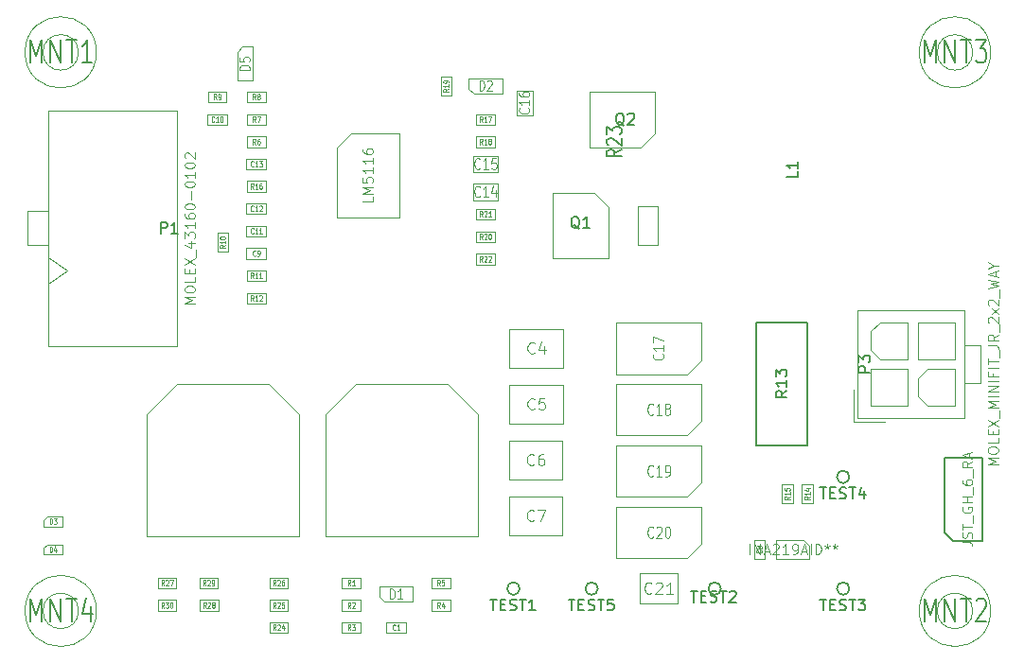
<source format=gbr>
G04 #@! TF.GenerationSoftware,KiCad,Pcbnew,(5.1.0-0)*
G04 #@! TF.CreationDate,2019-04-04T11:20:21+10:30*
G04 #@! TF.ProjectId,wide-input-reg,77696465-2d69-46e7-9075-742d7265672e,rev?*
G04 #@! TF.SameCoordinates,Original*
G04 #@! TF.FileFunction,Other,Fab,Top*
%FSLAX46Y46*%
G04 Gerber Fmt 4.6, Leading zero omitted, Abs format (unit mm)*
G04 Created by KiCad (PCBNEW (5.1.0-0)) date 2019-04-04 11:20:21*
%MOMM*%
%LPD*%
G04 APERTURE LIST*
%ADD10C,0.150000*%
%ADD11C,0.120000*%
%ADD12C,0.100000*%
%ADD13C,0.050000*%
%ADD14C,0.090000*%
%ADD15C,0.200000*%
%ADD16C,0.130000*%
G04 APERTURE END LIST*
D10*
X166250000Y-78150000D02*
X170750000Y-78150000D01*
X166250000Y-89150000D02*
X166250000Y-78150000D01*
X170750000Y-89150000D02*
X166250000Y-89150000D01*
X170750000Y-78150000D02*
X170750000Y-89150000D01*
D11*
X134880000Y-105020000D02*
X134880000Y-105980000D01*
X134880000Y-105980000D02*
X133120000Y-105980000D01*
X133120000Y-105980000D02*
X133120000Y-105020000D01*
X133120000Y-105020000D02*
X134880000Y-105020000D01*
X125300000Y-86420000D02*
X125300000Y-97300000D01*
X122580000Y-83700000D02*
X125300000Y-86420000D01*
X114420000Y-83700000D02*
X122580000Y-83700000D01*
X111700000Y-86420000D02*
X114420000Y-83700000D01*
X111700000Y-97300000D02*
X111700000Y-86420000D01*
X125300000Y-97300000D02*
X111700000Y-97300000D01*
X141300000Y-97300000D02*
X127700000Y-97300000D01*
X127700000Y-97300000D02*
X127700000Y-86420000D01*
X127700000Y-86420000D02*
X130420000Y-83700000D01*
X130420000Y-83700000D02*
X138580000Y-83700000D01*
X138580000Y-83700000D02*
X141300000Y-86420000D01*
X141300000Y-86420000D02*
X141300000Y-97300000D01*
X144155000Y-82250000D02*
X144155000Y-78750000D01*
X144155000Y-78750000D02*
X148955000Y-78750000D01*
X148955000Y-78750000D02*
X148955000Y-82250000D01*
X148955000Y-82250000D02*
X144155000Y-82250000D01*
X148955000Y-87250000D02*
X144155000Y-87250000D01*
X148955000Y-83750000D02*
X148955000Y-87250000D01*
X144155000Y-83750000D02*
X148955000Y-83750000D01*
X144155000Y-87250000D02*
X144155000Y-83750000D01*
X144100000Y-92250000D02*
X144100000Y-88750000D01*
X144100000Y-88750000D02*
X148900000Y-88750000D01*
X148900000Y-88750000D02*
X148900000Y-92250000D01*
X148900000Y-92250000D02*
X144100000Y-92250000D01*
X148900000Y-97250000D02*
X144100000Y-97250000D01*
X148900000Y-93750000D02*
X148900000Y-97250000D01*
X144100000Y-93750000D02*
X148900000Y-93750000D01*
X144100000Y-97250000D02*
X144100000Y-93750000D01*
X166980000Y-99380000D02*
X166020000Y-99380000D01*
X166020000Y-99380000D02*
X166020000Y-97620000D01*
X166020000Y-97620000D02*
X166980000Y-97620000D01*
X166980000Y-97620000D02*
X166980000Y-99380000D01*
X120620000Y-72480000D02*
X120620000Y-71520000D01*
X120620000Y-71520000D02*
X122380000Y-71520000D01*
X122380000Y-71520000D02*
X122380000Y-72480000D01*
X122380000Y-72480000D02*
X120620000Y-72480000D01*
X118880000Y-60480000D02*
X117120000Y-60480000D01*
X118880000Y-59520000D02*
X118880000Y-60480000D01*
X117120000Y-59520000D02*
X118880000Y-59520000D01*
X117120000Y-60480000D02*
X117120000Y-59520000D01*
X120620000Y-69520000D02*
X122380000Y-69520000D01*
X120620000Y-70480000D02*
X120620000Y-69520000D01*
X122380000Y-70480000D02*
X120620000Y-70480000D01*
X122380000Y-69520000D02*
X122380000Y-70480000D01*
X122380000Y-67520000D02*
X122380000Y-68480000D01*
X122380000Y-68480000D02*
X120620000Y-68480000D01*
X120620000Y-68480000D02*
X120620000Y-67520000D01*
X120620000Y-67520000D02*
X122380000Y-67520000D01*
X120620000Y-63520000D02*
X122380000Y-63520000D01*
X120620000Y-64480000D02*
X120620000Y-63520000D01*
X122380000Y-64480000D02*
X120620000Y-64480000D01*
X122380000Y-63520000D02*
X122380000Y-64480000D01*
X143100000Y-65770000D02*
X143100000Y-67230000D01*
X143100000Y-67230000D02*
X140900000Y-67230000D01*
X140900000Y-67230000D02*
X140900000Y-65770000D01*
X140900000Y-65770000D02*
X143100000Y-65770000D01*
X140900000Y-63270000D02*
X143100000Y-63270000D01*
X140900000Y-64730000D02*
X140900000Y-63270000D01*
X143100000Y-64730000D02*
X140900000Y-64730000D01*
X143100000Y-63270000D02*
X143100000Y-64730000D01*
X144770000Y-57400000D02*
X146230000Y-57400000D01*
X146230000Y-57400000D02*
X146230000Y-59600000D01*
X146230000Y-59600000D02*
X144770000Y-59600000D01*
X144770000Y-59600000D02*
X144770000Y-57400000D01*
X153700000Y-78200000D02*
X161300000Y-78200000D01*
X153700000Y-82800000D02*
X153700000Y-78200000D01*
X160030000Y-82800000D02*
X153700000Y-82800000D01*
X161300000Y-81530000D02*
X160030000Y-82800000D01*
X161300000Y-78200000D02*
X161300000Y-81530000D01*
X161300000Y-83700000D02*
X161300000Y-87030000D01*
X161300000Y-87030000D02*
X160030000Y-88300000D01*
X160030000Y-88300000D02*
X153700000Y-88300000D01*
X153700000Y-88300000D02*
X153700000Y-83700000D01*
X153700000Y-83700000D02*
X161300000Y-83700000D01*
X153700000Y-89200000D02*
X161300000Y-89200000D01*
X153700000Y-93800000D02*
X153700000Y-89200000D01*
X160030000Y-93800000D02*
X153700000Y-93800000D01*
X161300000Y-92530000D02*
X160030000Y-93800000D01*
X161300000Y-89200000D02*
X161300000Y-92530000D01*
X161300000Y-94700000D02*
X161300000Y-98030000D01*
X161300000Y-98030000D02*
X160030000Y-99300000D01*
X160030000Y-99300000D02*
X153700000Y-99300000D01*
X153700000Y-99300000D02*
X153700000Y-94700000D01*
X153700000Y-94700000D02*
X161300000Y-94700000D01*
X159200000Y-100650000D02*
X159200000Y-103350000D01*
X159200000Y-103350000D02*
X155800000Y-103350000D01*
X155800000Y-103350000D02*
X155800000Y-100650000D01*
X155800000Y-100650000D02*
X159200000Y-100650000D01*
X135500000Y-103200000D02*
X132966700Y-103200000D01*
X132966700Y-103200000D02*
X132500000Y-102733300D01*
X132500000Y-102733300D02*
X132500000Y-101800000D01*
X132500000Y-101800000D02*
X135500000Y-101800000D01*
X135500000Y-101800000D02*
X135500000Y-103200000D01*
X143500000Y-57700000D02*
X140966700Y-57700000D01*
X140966700Y-57700000D02*
X140500000Y-57233300D01*
X140500000Y-57233300D02*
X140500000Y-56300000D01*
X140500000Y-56300000D02*
X143500000Y-56300000D01*
X143500000Y-56300000D02*
X143500000Y-57700000D01*
X102460000Y-96450000D02*
X102460000Y-95850000D01*
X102460000Y-95850000D02*
X102760000Y-95550000D01*
X102760000Y-95550000D02*
X104160000Y-95550000D01*
X104160000Y-95550000D02*
X104160000Y-96450000D01*
X104160000Y-96450000D02*
X102460000Y-96450000D01*
X104160000Y-98950000D02*
X102460000Y-98950000D01*
X104160000Y-98050000D02*
X104160000Y-98950000D01*
X102760000Y-98050000D02*
X104160000Y-98050000D01*
X102460000Y-98350000D02*
X102760000Y-98050000D01*
X102460000Y-98950000D02*
X102460000Y-98350000D01*
X121200000Y-56500000D02*
X119800000Y-56500000D01*
X121200000Y-53500000D02*
X121200000Y-56500000D01*
X120266700Y-53500000D02*
X121200000Y-53500000D01*
X119800000Y-53966700D02*
X120266700Y-53500000D01*
X119800000Y-56500000D02*
X119800000Y-53966700D01*
X107190000Y-54000000D02*
G75*
G03X107190000Y-54000000I-3190000J0D01*
G01*
X105590000Y-54000000D02*
G75*
G03X105590000Y-54000000I-1590000J0D01*
G01*
X185590000Y-104000000D02*
G75*
G03X185590000Y-104000000I-1590000J0D01*
G01*
X187190000Y-104000000D02*
G75*
G03X187190000Y-104000000I-3190000J0D01*
G01*
X185590000Y-54000000D02*
G75*
G03X185590000Y-54000000I-1590000J0D01*
G01*
X187190000Y-54000000D02*
G75*
G03X187190000Y-54000000I-3190000J0D01*
G01*
X107190000Y-104000000D02*
G75*
G03X107190000Y-104000000I-3190000J0D01*
G01*
X105590000Y-104000000D02*
G75*
G03X105590000Y-104000000I-1590000J0D01*
G01*
D12*
X102850000Y-80290000D02*
X114380000Y-80290000D01*
X114380000Y-80290000D02*
X114380000Y-59220000D01*
X114380000Y-59220000D02*
X102850000Y-59220000D01*
X102850000Y-59220000D02*
X102850000Y-80290000D01*
X102850000Y-71280000D02*
X101000000Y-71280000D01*
X101000000Y-71280000D02*
X101000000Y-68230000D01*
X101000000Y-68230000D02*
X102850000Y-68230000D01*
X102850000Y-74700000D02*
X104547056Y-73500000D01*
X104547056Y-73500000D02*
X102850000Y-72300000D01*
X175250000Y-86700000D02*
X184850000Y-86700000D01*
X184850000Y-86700000D02*
X184850000Y-77100000D01*
X184850000Y-77100000D02*
X175250000Y-77100000D01*
X175250000Y-77100000D02*
X175250000Y-86700000D01*
X184850000Y-83600000D02*
X186250000Y-83600000D01*
X186250000Y-83600000D02*
X186250000Y-80200000D01*
X186250000Y-80200000D02*
X184850000Y-80200000D01*
X176500000Y-85650000D02*
X179800000Y-85650000D01*
X179800000Y-85650000D02*
X179800000Y-82350000D01*
X179800000Y-82350000D02*
X176500000Y-82350000D01*
X176500000Y-82350000D02*
X176500000Y-85650000D01*
X184000000Y-85650000D02*
X181525000Y-85650000D01*
X181525000Y-85650000D02*
X180700000Y-84825000D01*
X180700000Y-84825000D02*
X180700000Y-83175000D01*
X180700000Y-83175000D02*
X181525000Y-82350000D01*
X181525000Y-82350000D02*
X184000000Y-82350000D01*
X184000000Y-82350000D02*
X184000000Y-85650000D01*
X180700000Y-81450000D02*
X184000000Y-81450000D01*
X184000000Y-81450000D02*
X184000000Y-78150000D01*
X184000000Y-78150000D02*
X180700000Y-78150000D01*
X180700000Y-78150000D02*
X180700000Y-81450000D01*
X179800000Y-81450000D02*
X177325000Y-81450000D01*
X177325000Y-81450000D02*
X176500000Y-80625000D01*
X176500000Y-80625000D02*
X176500000Y-78975000D01*
X176500000Y-78975000D02*
X177325000Y-78150000D01*
X177325000Y-78150000D02*
X179800000Y-78150000D01*
X179800000Y-78150000D02*
X179800000Y-81450000D01*
X174900000Y-84200000D02*
X174900000Y-87050000D01*
X174900000Y-87050000D02*
X177750000Y-87050000D01*
D11*
X148000000Y-72400000D02*
X148000000Y-66600000D01*
X153000000Y-72400000D02*
X148000000Y-72400000D01*
X153000000Y-67870000D02*
X153000000Y-72400000D01*
X151730000Y-66600000D02*
X153000000Y-67870000D01*
X148000000Y-66600000D02*
X151730000Y-66600000D01*
X157150000Y-57500000D02*
X157150000Y-61230000D01*
X157150000Y-61230000D02*
X155880000Y-62500000D01*
X155880000Y-62500000D02*
X151350000Y-62500000D01*
X151350000Y-62500000D02*
X151350000Y-57500000D01*
X151350000Y-57500000D02*
X157150000Y-57500000D01*
X129170000Y-101020000D02*
X130830000Y-101020000D01*
X129170000Y-101980000D02*
X129170000Y-101020000D01*
X130830000Y-101980000D02*
X129170000Y-101980000D01*
X130830000Y-101020000D02*
X130830000Y-101980000D01*
X129170000Y-103980000D02*
X129170000Y-103020000D01*
X129170000Y-103020000D02*
X130830000Y-103020000D01*
X130830000Y-103020000D02*
X130830000Y-103980000D01*
X130830000Y-103980000D02*
X129170000Y-103980000D01*
X129170000Y-105020000D02*
X130830000Y-105020000D01*
X129170000Y-105980000D02*
X129170000Y-105020000D01*
X130830000Y-105980000D02*
X129170000Y-105980000D01*
X130830000Y-105020000D02*
X130830000Y-105980000D01*
X138830000Y-103980000D02*
X137170000Y-103980000D01*
X138830000Y-103020000D02*
X138830000Y-103980000D01*
X137170000Y-103020000D02*
X138830000Y-103020000D01*
X137170000Y-103980000D02*
X137170000Y-103020000D01*
X138830000Y-101020000D02*
X138830000Y-101980000D01*
X138830000Y-101980000D02*
X137170000Y-101980000D01*
X137170000Y-101980000D02*
X137170000Y-101020000D01*
X137170000Y-101020000D02*
X138830000Y-101020000D01*
X120670000Y-61520000D02*
X122330000Y-61520000D01*
X120670000Y-62480000D02*
X120670000Y-61520000D01*
X122330000Y-62480000D02*
X120670000Y-62480000D01*
X122330000Y-61520000D02*
X122330000Y-62480000D01*
X120670000Y-60480000D02*
X120670000Y-59520000D01*
X120670000Y-59520000D02*
X122330000Y-59520000D01*
X122330000Y-59520000D02*
X122330000Y-60480000D01*
X122330000Y-60480000D02*
X120670000Y-60480000D01*
X122330000Y-57520000D02*
X122330000Y-58480000D01*
X122330000Y-58480000D02*
X120670000Y-58480000D01*
X120670000Y-58480000D02*
X120670000Y-57520000D01*
X120670000Y-57520000D02*
X122330000Y-57520000D01*
X118830000Y-57520000D02*
X118830000Y-58480000D01*
X118830000Y-58480000D02*
X117170000Y-58480000D01*
X117170000Y-58480000D02*
X117170000Y-57520000D01*
X117170000Y-57520000D02*
X118830000Y-57520000D01*
X118980000Y-71830000D02*
X118020000Y-71830000D01*
X118020000Y-71830000D02*
X118020000Y-70170000D01*
X118020000Y-70170000D02*
X118980000Y-70170000D01*
X118980000Y-70170000D02*
X118980000Y-71830000D01*
X120670000Y-73520000D02*
X122330000Y-73520000D01*
X120670000Y-74480000D02*
X120670000Y-73520000D01*
X122330000Y-74480000D02*
X120670000Y-74480000D01*
X122330000Y-73520000D02*
X122330000Y-74480000D01*
X120670000Y-76480000D02*
X120670000Y-75520000D01*
X120670000Y-75520000D02*
X122330000Y-75520000D01*
X122330000Y-75520000D02*
X122330000Y-76480000D01*
X122330000Y-76480000D02*
X120670000Y-76480000D01*
X171277569Y-92670000D02*
X171277569Y-94330000D01*
X170317569Y-92670000D02*
X171277569Y-92670000D01*
X170317569Y-94330000D02*
X170317569Y-92670000D01*
X171277569Y-94330000D02*
X170317569Y-94330000D01*
X168520000Y-92670000D02*
X169480000Y-92670000D01*
X169480000Y-92670000D02*
X169480000Y-94330000D01*
X169480000Y-94330000D02*
X168520000Y-94330000D01*
X168520000Y-94330000D02*
X168520000Y-92670000D01*
X122330000Y-66480000D02*
X120670000Y-66480000D01*
X122330000Y-65520000D02*
X122330000Y-66480000D01*
X120670000Y-65520000D02*
X122330000Y-65520000D01*
X120670000Y-66480000D02*
X120670000Y-65520000D01*
X141170000Y-60480000D02*
X141170000Y-59520000D01*
X141170000Y-59520000D02*
X142830000Y-59520000D01*
X142830000Y-59520000D02*
X142830000Y-60480000D01*
X142830000Y-60480000D02*
X141170000Y-60480000D01*
X141170000Y-61520000D02*
X142830000Y-61520000D01*
X141170000Y-62480000D02*
X141170000Y-61520000D01*
X142830000Y-62480000D02*
X141170000Y-62480000D01*
X142830000Y-61520000D02*
X142830000Y-62480000D01*
X138980000Y-56170000D02*
X138980000Y-57830000D01*
X138020000Y-56170000D02*
X138980000Y-56170000D01*
X138020000Y-57830000D02*
X138020000Y-56170000D01*
X138980000Y-57830000D02*
X138020000Y-57830000D01*
X142830000Y-70020000D02*
X142830000Y-70980000D01*
X142830000Y-70980000D02*
X141170000Y-70980000D01*
X141170000Y-70980000D02*
X141170000Y-70020000D01*
X141170000Y-70020000D02*
X142830000Y-70020000D01*
X142830000Y-68020000D02*
X142830000Y-68980000D01*
X142830000Y-68980000D02*
X141170000Y-68980000D01*
X141170000Y-68980000D02*
X141170000Y-68020000D01*
X141170000Y-68020000D02*
X142830000Y-68020000D01*
X141170000Y-72020000D02*
X142830000Y-72020000D01*
X141170000Y-72980000D02*
X141170000Y-72020000D01*
X142830000Y-72980000D02*
X141170000Y-72980000D01*
X142830000Y-72020000D02*
X142830000Y-72980000D01*
X155600000Y-67800000D02*
X157400000Y-67800000D01*
X157400000Y-67800000D02*
X157400000Y-71200000D01*
X157400000Y-71200000D02*
X155600000Y-71200000D01*
X155600000Y-71200000D02*
X155600000Y-67800000D01*
X122670000Y-105980000D02*
X122670000Y-105020000D01*
X122670000Y-105020000D02*
X124330000Y-105020000D01*
X124330000Y-105020000D02*
X124330000Y-105980000D01*
X124330000Y-105980000D02*
X122670000Y-105980000D01*
X124330000Y-103980000D02*
X122670000Y-103980000D01*
X124330000Y-103020000D02*
X124330000Y-103980000D01*
X122670000Y-103020000D02*
X124330000Y-103020000D01*
X122670000Y-103980000D02*
X122670000Y-103020000D01*
X124330000Y-101980000D02*
X122670000Y-101980000D01*
X124330000Y-101020000D02*
X124330000Y-101980000D01*
X122670000Y-101020000D02*
X124330000Y-101020000D01*
X122670000Y-101980000D02*
X122670000Y-101020000D01*
X114330000Y-101020000D02*
X114330000Y-101980000D01*
X114330000Y-101980000D02*
X112670000Y-101980000D01*
X112670000Y-101980000D02*
X112670000Y-101020000D01*
X112670000Y-101020000D02*
X114330000Y-101020000D01*
X118105000Y-103980000D02*
X116445000Y-103980000D01*
X118105000Y-103020000D02*
X118105000Y-103980000D01*
X116445000Y-103020000D02*
X118105000Y-103020000D01*
X116445000Y-103980000D02*
X116445000Y-103020000D01*
X116395000Y-101020000D02*
X118055000Y-101020000D01*
X116395000Y-101980000D02*
X116395000Y-101020000D01*
X118055000Y-101980000D02*
X116395000Y-101980000D01*
X118055000Y-101020000D02*
X118055000Y-101980000D01*
X112670000Y-103980000D02*
X112670000Y-103020000D01*
X112670000Y-103020000D02*
X114330000Y-103020000D01*
X114330000Y-103020000D02*
X114330000Y-103980000D01*
X114330000Y-103980000D02*
X112670000Y-103980000D01*
D10*
X145059017Y-102000000D02*
G75*
G03X145059017Y-102000000I-559017J0D01*
G01*
X163059017Y-102000000D02*
G75*
G03X163059017Y-102000000I-559017J0D01*
G01*
X174559017Y-102000000D02*
G75*
G03X174559017Y-102000000I-559017J0D01*
G01*
X174559017Y-92000000D02*
G75*
G03X174559017Y-92000000I-559017J0D01*
G01*
X152059017Y-102000000D02*
G75*
G03X152059017Y-102000000I-559017J0D01*
G01*
D11*
X168000000Y-97620000D02*
X170413330Y-97620000D01*
X170413330Y-97620000D02*
X171000000Y-98206670D01*
X171000000Y-98206670D02*
X171000000Y-99380000D01*
X171000000Y-99380000D02*
X168000000Y-99380000D01*
X168000000Y-99380000D02*
X168000000Y-97620000D01*
X128700000Y-68750000D02*
X128700000Y-62520000D01*
X128700000Y-62520000D02*
X129970000Y-61250000D01*
X129970000Y-61250000D02*
X134300000Y-61250000D01*
X134300000Y-61250000D02*
X134300000Y-68750000D01*
X134300000Y-68750000D02*
X128700000Y-68750000D01*
D10*
X186450000Y-97750000D02*
X186450000Y-90250000D01*
X186450000Y-90250000D02*
X183050000Y-90250000D01*
X183050000Y-90250000D02*
X183050000Y-97000000D01*
X183800000Y-97750000D02*
X186450000Y-97750000D01*
X183800000Y-97750000D02*
X183050000Y-97000000D01*
X183050000Y-97000000D02*
X183050000Y-97000000D01*
X168952380Y-84292857D02*
X168476190Y-84626190D01*
X168952380Y-84864285D02*
X167952380Y-84864285D01*
X167952380Y-84483333D01*
X168000000Y-84388095D01*
X168047619Y-84340476D01*
X168142857Y-84292857D01*
X168285714Y-84292857D01*
X168380952Y-84340476D01*
X168428571Y-84388095D01*
X168476190Y-84483333D01*
X168476190Y-84864285D01*
X168952380Y-83340476D02*
X168952380Y-83911904D01*
X168952380Y-83626190D02*
X167952380Y-83626190D01*
X168095238Y-83721428D01*
X168190476Y-83816666D01*
X168238095Y-83911904D01*
X167952380Y-83007142D02*
X167952380Y-82388095D01*
X168333333Y-82721428D01*
X168333333Y-82578571D01*
X168380952Y-82483333D01*
X168428571Y-82435714D01*
X168523809Y-82388095D01*
X168761904Y-82388095D01*
X168857142Y-82435714D01*
X168904761Y-82483333D01*
X168952380Y-82578571D01*
X168952380Y-82864285D01*
X168904761Y-82959523D01*
X168857142Y-83007142D01*
D13*
X133933333Y-105678571D02*
X133914285Y-105702380D01*
X133857142Y-105726190D01*
X133819047Y-105726190D01*
X133761904Y-105702380D01*
X133723809Y-105654761D01*
X133704761Y-105607142D01*
X133685714Y-105511904D01*
X133685714Y-105440476D01*
X133704761Y-105345238D01*
X133723809Y-105297619D01*
X133761904Y-105250000D01*
X133819047Y-105226190D01*
X133857142Y-105226190D01*
X133914285Y-105250000D01*
X133933333Y-105273809D01*
X134314285Y-105726190D02*
X134085714Y-105726190D01*
X134200000Y-105726190D02*
X134200000Y-105226190D01*
X134161904Y-105297619D01*
X134123809Y-105345238D01*
X134085714Y-105369047D01*
D11*
X146388333Y-80857142D02*
X146340714Y-80904761D01*
X146197857Y-80952380D01*
X146102619Y-80952380D01*
X145959761Y-80904761D01*
X145864523Y-80809523D01*
X145816904Y-80714285D01*
X145769285Y-80523809D01*
X145769285Y-80380952D01*
X145816904Y-80190476D01*
X145864523Y-80095238D01*
X145959761Y-80000000D01*
X146102619Y-79952380D01*
X146197857Y-79952380D01*
X146340714Y-80000000D01*
X146388333Y-80047619D01*
X147245476Y-80285714D02*
X147245476Y-80952380D01*
X147007380Y-79904761D02*
X146769285Y-80619047D01*
X147388333Y-80619047D01*
X146388333Y-85857142D02*
X146340714Y-85904761D01*
X146197857Y-85952380D01*
X146102619Y-85952380D01*
X145959761Y-85904761D01*
X145864523Y-85809523D01*
X145816904Y-85714285D01*
X145769285Y-85523809D01*
X145769285Y-85380952D01*
X145816904Y-85190476D01*
X145864523Y-85095238D01*
X145959761Y-85000000D01*
X146102619Y-84952380D01*
X146197857Y-84952380D01*
X146340714Y-85000000D01*
X146388333Y-85047619D01*
X147293095Y-84952380D02*
X146816904Y-84952380D01*
X146769285Y-85428571D01*
X146816904Y-85380952D01*
X146912142Y-85333333D01*
X147150238Y-85333333D01*
X147245476Y-85380952D01*
X147293095Y-85428571D01*
X147340714Y-85523809D01*
X147340714Y-85761904D01*
X147293095Y-85857142D01*
X147245476Y-85904761D01*
X147150238Y-85952380D01*
X146912142Y-85952380D01*
X146816904Y-85904761D01*
X146769285Y-85857142D01*
X146333333Y-90857142D02*
X146285714Y-90904761D01*
X146142857Y-90952380D01*
X146047619Y-90952380D01*
X145904761Y-90904761D01*
X145809523Y-90809523D01*
X145761904Y-90714285D01*
X145714285Y-90523809D01*
X145714285Y-90380952D01*
X145761904Y-90190476D01*
X145809523Y-90095238D01*
X145904761Y-90000000D01*
X146047619Y-89952380D01*
X146142857Y-89952380D01*
X146285714Y-90000000D01*
X146333333Y-90047619D01*
X147190476Y-89952380D02*
X147000000Y-89952380D01*
X146904761Y-90000000D01*
X146857142Y-90047619D01*
X146761904Y-90190476D01*
X146714285Y-90380952D01*
X146714285Y-90761904D01*
X146761904Y-90857142D01*
X146809523Y-90904761D01*
X146904761Y-90952380D01*
X147095238Y-90952380D01*
X147190476Y-90904761D01*
X147238095Y-90857142D01*
X147285714Y-90761904D01*
X147285714Y-90523809D01*
X147238095Y-90428571D01*
X147190476Y-90380952D01*
X147095238Y-90333333D01*
X146904761Y-90333333D01*
X146809523Y-90380952D01*
X146761904Y-90428571D01*
X146714285Y-90523809D01*
X146333333Y-95857142D02*
X146285714Y-95904761D01*
X146142857Y-95952380D01*
X146047619Y-95952380D01*
X145904761Y-95904761D01*
X145809523Y-95809523D01*
X145761904Y-95714285D01*
X145714285Y-95523809D01*
X145714285Y-95380952D01*
X145761904Y-95190476D01*
X145809523Y-95095238D01*
X145904761Y-95000000D01*
X146047619Y-94952380D01*
X146142857Y-94952380D01*
X146285714Y-95000000D01*
X146333333Y-95047619D01*
X146666666Y-94952380D02*
X147333333Y-94952380D01*
X146904761Y-95952380D01*
D13*
X166678571Y-98566666D02*
X166702380Y-98585714D01*
X166726190Y-98642857D01*
X166726190Y-98680952D01*
X166702380Y-98738095D01*
X166654761Y-98776190D01*
X166607142Y-98795238D01*
X166511904Y-98814285D01*
X166440476Y-98814285D01*
X166345238Y-98795238D01*
X166297619Y-98776190D01*
X166250000Y-98738095D01*
X166226190Y-98680952D01*
X166226190Y-98642857D01*
X166250000Y-98585714D01*
X166273809Y-98566666D01*
X166440476Y-98338095D02*
X166416666Y-98376190D01*
X166392857Y-98395238D01*
X166345238Y-98414285D01*
X166321428Y-98414285D01*
X166273809Y-98395238D01*
X166250000Y-98376190D01*
X166226190Y-98338095D01*
X166226190Y-98261904D01*
X166250000Y-98223809D01*
X166273809Y-98204761D01*
X166321428Y-98185714D01*
X166345238Y-98185714D01*
X166392857Y-98204761D01*
X166416666Y-98223809D01*
X166440476Y-98261904D01*
X166440476Y-98338095D01*
X166464285Y-98376190D01*
X166488095Y-98395238D01*
X166535714Y-98414285D01*
X166630952Y-98414285D01*
X166678571Y-98395238D01*
X166702380Y-98376190D01*
X166726190Y-98338095D01*
X166726190Y-98261904D01*
X166702380Y-98223809D01*
X166678571Y-98204761D01*
X166630952Y-98185714D01*
X166535714Y-98185714D01*
X166488095Y-98204761D01*
X166464285Y-98223809D01*
X166440476Y-98261904D01*
X121433333Y-72178571D02*
X121414285Y-72202380D01*
X121357142Y-72226190D01*
X121319047Y-72226190D01*
X121261904Y-72202380D01*
X121223809Y-72154761D01*
X121204761Y-72107142D01*
X121185714Y-72011904D01*
X121185714Y-71940476D01*
X121204761Y-71845238D01*
X121223809Y-71797619D01*
X121261904Y-71750000D01*
X121319047Y-71726190D01*
X121357142Y-71726190D01*
X121414285Y-71750000D01*
X121433333Y-71773809D01*
X121623809Y-72226190D02*
X121700000Y-72226190D01*
X121738095Y-72202380D01*
X121757142Y-72178571D01*
X121795238Y-72107142D01*
X121814285Y-72011904D01*
X121814285Y-71821428D01*
X121795238Y-71773809D01*
X121776190Y-71750000D01*
X121738095Y-71726190D01*
X121661904Y-71726190D01*
X121623809Y-71750000D01*
X121604761Y-71773809D01*
X121585714Y-71821428D01*
X121585714Y-71940476D01*
X121604761Y-71988095D01*
X121623809Y-72011904D01*
X121661904Y-72035714D01*
X121738095Y-72035714D01*
X121776190Y-72011904D01*
X121795238Y-71988095D01*
X121814285Y-71940476D01*
X117742857Y-60178571D02*
X117723809Y-60202380D01*
X117666666Y-60226190D01*
X117628571Y-60226190D01*
X117571428Y-60202380D01*
X117533333Y-60154761D01*
X117514285Y-60107142D01*
X117495238Y-60011904D01*
X117495238Y-59940476D01*
X117514285Y-59845238D01*
X117533333Y-59797619D01*
X117571428Y-59750000D01*
X117628571Y-59726190D01*
X117666666Y-59726190D01*
X117723809Y-59750000D01*
X117742857Y-59773809D01*
X118123809Y-60226190D02*
X117895238Y-60226190D01*
X118009523Y-60226190D02*
X118009523Y-59726190D01*
X117971428Y-59797619D01*
X117933333Y-59845238D01*
X117895238Y-59869047D01*
X118371428Y-59726190D02*
X118409523Y-59726190D01*
X118447619Y-59750000D01*
X118466666Y-59773809D01*
X118485714Y-59821428D01*
X118504761Y-59916666D01*
X118504761Y-60035714D01*
X118485714Y-60130952D01*
X118466666Y-60178571D01*
X118447619Y-60202380D01*
X118409523Y-60226190D01*
X118371428Y-60226190D01*
X118333333Y-60202380D01*
X118314285Y-60178571D01*
X118295238Y-60130952D01*
X118276190Y-60035714D01*
X118276190Y-59916666D01*
X118295238Y-59821428D01*
X118314285Y-59773809D01*
X118333333Y-59750000D01*
X118371428Y-59726190D01*
X121242857Y-70178571D02*
X121223809Y-70202380D01*
X121166666Y-70226190D01*
X121128571Y-70226190D01*
X121071428Y-70202380D01*
X121033333Y-70154761D01*
X121014285Y-70107142D01*
X120995238Y-70011904D01*
X120995238Y-69940476D01*
X121014285Y-69845238D01*
X121033333Y-69797619D01*
X121071428Y-69750000D01*
X121128571Y-69726190D01*
X121166666Y-69726190D01*
X121223809Y-69750000D01*
X121242857Y-69773809D01*
X121623809Y-70226190D02*
X121395238Y-70226190D01*
X121509523Y-70226190D02*
X121509523Y-69726190D01*
X121471428Y-69797619D01*
X121433333Y-69845238D01*
X121395238Y-69869047D01*
X122004761Y-70226190D02*
X121776190Y-70226190D01*
X121890476Y-70226190D02*
X121890476Y-69726190D01*
X121852380Y-69797619D01*
X121814285Y-69845238D01*
X121776190Y-69869047D01*
X121242857Y-68178571D02*
X121223809Y-68202380D01*
X121166666Y-68226190D01*
X121128571Y-68226190D01*
X121071428Y-68202380D01*
X121033333Y-68154761D01*
X121014285Y-68107142D01*
X120995238Y-68011904D01*
X120995238Y-67940476D01*
X121014285Y-67845238D01*
X121033333Y-67797619D01*
X121071428Y-67750000D01*
X121128571Y-67726190D01*
X121166666Y-67726190D01*
X121223809Y-67750000D01*
X121242857Y-67773809D01*
X121623809Y-68226190D02*
X121395238Y-68226190D01*
X121509523Y-68226190D02*
X121509523Y-67726190D01*
X121471428Y-67797619D01*
X121433333Y-67845238D01*
X121395238Y-67869047D01*
X121776190Y-67773809D02*
X121795238Y-67750000D01*
X121833333Y-67726190D01*
X121928571Y-67726190D01*
X121966666Y-67750000D01*
X121985714Y-67773809D01*
X122004761Y-67821428D01*
X122004761Y-67869047D01*
X121985714Y-67940476D01*
X121757142Y-68226190D01*
X122004761Y-68226190D01*
X121242857Y-64178571D02*
X121223809Y-64202380D01*
X121166666Y-64226190D01*
X121128571Y-64226190D01*
X121071428Y-64202380D01*
X121033333Y-64154761D01*
X121014285Y-64107142D01*
X120995238Y-64011904D01*
X120995238Y-63940476D01*
X121014285Y-63845238D01*
X121033333Y-63797619D01*
X121071428Y-63750000D01*
X121128571Y-63726190D01*
X121166666Y-63726190D01*
X121223809Y-63750000D01*
X121242857Y-63773809D01*
X121623809Y-64226190D02*
X121395238Y-64226190D01*
X121509523Y-64226190D02*
X121509523Y-63726190D01*
X121471428Y-63797619D01*
X121433333Y-63845238D01*
X121395238Y-63869047D01*
X121757142Y-63726190D02*
X122004761Y-63726190D01*
X121871428Y-63916666D01*
X121928571Y-63916666D01*
X121966666Y-63940476D01*
X121985714Y-63964285D01*
X122004761Y-64011904D01*
X122004761Y-64130952D01*
X121985714Y-64178571D01*
X121966666Y-64202380D01*
X121928571Y-64226190D01*
X121814285Y-64226190D01*
X121776190Y-64202380D01*
X121757142Y-64178571D01*
D12*
X141501142Y-66846428D02*
X141464190Y-66892619D01*
X141353333Y-66938809D01*
X141279428Y-66938809D01*
X141168571Y-66892619D01*
X141094666Y-66800238D01*
X141057714Y-66707857D01*
X141020761Y-66523095D01*
X141020761Y-66384523D01*
X141057714Y-66199761D01*
X141094666Y-66107380D01*
X141168571Y-66015000D01*
X141279428Y-65968809D01*
X141353333Y-65968809D01*
X141464190Y-66015000D01*
X141501142Y-66061190D01*
X142240190Y-66938809D02*
X141796761Y-66938809D01*
X142018476Y-66938809D02*
X142018476Y-65968809D01*
X141944571Y-66107380D01*
X141870666Y-66199761D01*
X141796761Y-66245952D01*
X142905333Y-66292142D02*
X142905333Y-66938809D01*
X142720571Y-65922619D02*
X142535809Y-66615476D01*
X143016190Y-66615476D01*
X141501142Y-64346428D02*
X141464190Y-64392619D01*
X141353333Y-64438809D01*
X141279428Y-64438809D01*
X141168571Y-64392619D01*
X141094666Y-64300238D01*
X141057714Y-64207857D01*
X141020761Y-64023095D01*
X141020761Y-63884523D01*
X141057714Y-63699761D01*
X141094666Y-63607380D01*
X141168571Y-63515000D01*
X141279428Y-63468809D01*
X141353333Y-63468809D01*
X141464190Y-63515000D01*
X141501142Y-63561190D01*
X142240190Y-64438809D02*
X141796761Y-64438809D01*
X142018476Y-64438809D02*
X142018476Y-63468809D01*
X141944571Y-63607380D01*
X141870666Y-63699761D01*
X141796761Y-63745952D01*
X142942285Y-63468809D02*
X142572761Y-63468809D01*
X142535809Y-63930714D01*
X142572761Y-63884523D01*
X142646666Y-63838333D01*
X142831428Y-63838333D01*
X142905333Y-63884523D01*
X142942285Y-63930714D01*
X142979238Y-64023095D01*
X142979238Y-64254047D01*
X142942285Y-64346428D01*
X142905333Y-64392619D01*
X142831428Y-64438809D01*
X142646666Y-64438809D01*
X142572761Y-64392619D01*
X142535809Y-64346428D01*
X145846428Y-58998857D02*
X145892619Y-59035809D01*
X145938809Y-59146666D01*
X145938809Y-59220571D01*
X145892619Y-59331428D01*
X145800238Y-59405333D01*
X145707857Y-59442285D01*
X145523095Y-59479238D01*
X145384523Y-59479238D01*
X145199761Y-59442285D01*
X145107380Y-59405333D01*
X145015000Y-59331428D01*
X144968809Y-59220571D01*
X144968809Y-59146666D01*
X145015000Y-59035809D01*
X145061190Y-58998857D01*
X145938809Y-58259809D02*
X145938809Y-58703238D01*
X145938809Y-58481523D02*
X144968809Y-58481523D01*
X145107380Y-58555428D01*
X145199761Y-58629333D01*
X145245952Y-58703238D01*
X144968809Y-57594666D02*
X144968809Y-57742476D01*
X145015000Y-57816380D01*
X145061190Y-57853333D01*
X145199761Y-57927238D01*
X145384523Y-57964190D01*
X145754047Y-57964190D01*
X145846428Y-57927238D01*
X145892619Y-57890285D01*
X145938809Y-57816380D01*
X145938809Y-57668571D01*
X145892619Y-57594666D01*
X145846428Y-57557714D01*
X145754047Y-57520761D01*
X145523095Y-57520761D01*
X145430714Y-57557714D01*
X145384523Y-57594666D01*
X145338333Y-57668571D01*
X145338333Y-57816380D01*
X145384523Y-57890285D01*
X145430714Y-57927238D01*
X145523095Y-57964190D01*
D11*
X157857142Y-81014285D02*
X157904761Y-81052380D01*
X157952380Y-81166666D01*
X157952380Y-81242857D01*
X157904761Y-81357142D01*
X157809523Y-81433333D01*
X157714285Y-81471428D01*
X157523809Y-81509523D01*
X157380952Y-81509523D01*
X157190476Y-81471428D01*
X157095238Y-81433333D01*
X157000000Y-81357142D01*
X156952380Y-81242857D01*
X156952380Y-81166666D01*
X157000000Y-81052380D01*
X157047619Y-81014285D01*
X157952380Y-80252380D02*
X157952380Y-80709523D01*
X157952380Y-80480952D02*
X156952380Y-80480952D01*
X157095238Y-80557142D01*
X157190476Y-80633333D01*
X157238095Y-80709523D01*
X156952380Y-79985714D02*
X156952380Y-79452380D01*
X157952380Y-79795238D01*
X156985714Y-86357142D02*
X156947619Y-86404761D01*
X156833333Y-86452380D01*
X156757142Y-86452380D01*
X156642857Y-86404761D01*
X156566666Y-86309523D01*
X156528571Y-86214285D01*
X156490476Y-86023809D01*
X156490476Y-85880952D01*
X156528571Y-85690476D01*
X156566666Y-85595238D01*
X156642857Y-85500000D01*
X156757142Y-85452380D01*
X156833333Y-85452380D01*
X156947619Y-85500000D01*
X156985714Y-85547619D01*
X157747619Y-86452380D02*
X157290476Y-86452380D01*
X157519047Y-86452380D02*
X157519047Y-85452380D01*
X157442857Y-85595238D01*
X157366666Y-85690476D01*
X157290476Y-85738095D01*
X158204761Y-85880952D02*
X158128571Y-85833333D01*
X158090476Y-85785714D01*
X158052380Y-85690476D01*
X158052380Y-85642857D01*
X158090476Y-85547619D01*
X158128571Y-85500000D01*
X158204761Y-85452380D01*
X158357142Y-85452380D01*
X158433333Y-85500000D01*
X158471428Y-85547619D01*
X158509523Y-85642857D01*
X158509523Y-85690476D01*
X158471428Y-85785714D01*
X158433333Y-85833333D01*
X158357142Y-85880952D01*
X158204761Y-85880952D01*
X158128571Y-85928571D01*
X158090476Y-85976190D01*
X158052380Y-86071428D01*
X158052380Y-86261904D01*
X158090476Y-86357142D01*
X158128571Y-86404761D01*
X158204761Y-86452380D01*
X158357142Y-86452380D01*
X158433333Y-86404761D01*
X158471428Y-86357142D01*
X158509523Y-86261904D01*
X158509523Y-86071428D01*
X158471428Y-85976190D01*
X158433333Y-85928571D01*
X158357142Y-85880952D01*
X156985714Y-91857142D02*
X156947619Y-91904761D01*
X156833333Y-91952380D01*
X156757142Y-91952380D01*
X156642857Y-91904761D01*
X156566666Y-91809523D01*
X156528571Y-91714285D01*
X156490476Y-91523809D01*
X156490476Y-91380952D01*
X156528571Y-91190476D01*
X156566666Y-91095238D01*
X156642857Y-91000000D01*
X156757142Y-90952380D01*
X156833333Y-90952380D01*
X156947619Y-91000000D01*
X156985714Y-91047619D01*
X157747619Y-91952380D02*
X157290476Y-91952380D01*
X157519047Y-91952380D02*
X157519047Y-90952380D01*
X157442857Y-91095238D01*
X157366666Y-91190476D01*
X157290476Y-91238095D01*
X158128571Y-91952380D02*
X158280952Y-91952380D01*
X158357142Y-91904761D01*
X158395238Y-91857142D01*
X158471428Y-91714285D01*
X158509523Y-91523809D01*
X158509523Y-91142857D01*
X158471428Y-91047619D01*
X158433333Y-91000000D01*
X158357142Y-90952380D01*
X158204761Y-90952380D01*
X158128571Y-91000000D01*
X158090476Y-91047619D01*
X158052380Y-91142857D01*
X158052380Y-91380952D01*
X158090476Y-91476190D01*
X158128571Y-91523809D01*
X158204761Y-91571428D01*
X158357142Y-91571428D01*
X158433333Y-91523809D01*
X158471428Y-91476190D01*
X158509523Y-91380952D01*
X156985714Y-97357142D02*
X156947619Y-97404761D01*
X156833333Y-97452380D01*
X156757142Y-97452380D01*
X156642857Y-97404761D01*
X156566666Y-97309523D01*
X156528571Y-97214285D01*
X156490476Y-97023809D01*
X156490476Y-96880952D01*
X156528571Y-96690476D01*
X156566666Y-96595238D01*
X156642857Y-96500000D01*
X156757142Y-96452380D01*
X156833333Y-96452380D01*
X156947619Y-96500000D01*
X156985714Y-96547619D01*
X157290476Y-96547619D02*
X157328571Y-96500000D01*
X157404761Y-96452380D01*
X157595238Y-96452380D01*
X157671428Y-96500000D01*
X157709523Y-96547619D01*
X157747619Y-96642857D01*
X157747619Y-96738095D01*
X157709523Y-96880952D01*
X157252380Y-97452380D01*
X157747619Y-97452380D01*
X158242857Y-96452380D02*
X158319047Y-96452380D01*
X158395238Y-96500000D01*
X158433333Y-96547619D01*
X158471428Y-96642857D01*
X158509523Y-96833333D01*
X158509523Y-97071428D01*
X158471428Y-97261904D01*
X158433333Y-97357142D01*
X158395238Y-97404761D01*
X158319047Y-97452380D01*
X158242857Y-97452380D01*
X158166666Y-97404761D01*
X158128571Y-97357142D01*
X158090476Y-97261904D01*
X158052380Y-97071428D01*
X158052380Y-96833333D01*
X158090476Y-96642857D01*
X158128571Y-96547619D01*
X158166666Y-96500000D01*
X158242857Y-96452380D01*
X156857142Y-102357142D02*
X156809523Y-102404761D01*
X156666666Y-102452380D01*
X156571428Y-102452380D01*
X156428571Y-102404761D01*
X156333333Y-102309523D01*
X156285714Y-102214285D01*
X156238095Y-102023809D01*
X156238095Y-101880952D01*
X156285714Y-101690476D01*
X156333333Y-101595238D01*
X156428571Y-101500000D01*
X156571428Y-101452380D01*
X156666666Y-101452380D01*
X156809523Y-101500000D01*
X156857142Y-101547619D01*
X157238095Y-101547619D02*
X157285714Y-101500000D01*
X157380952Y-101452380D01*
X157619047Y-101452380D01*
X157714285Y-101500000D01*
X157761904Y-101547619D01*
X157809523Y-101642857D01*
X157809523Y-101738095D01*
X157761904Y-101880952D01*
X157190476Y-102452380D01*
X157809523Y-102452380D01*
X158761904Y-102452380D02*
X158190476Y-102452380D01*
X158476190Y-102452380D02*
X158476190Y-101452380D01*
X158380952Y-101595238D01*
X158285714Y-101690476D01*
X158190476Y-101738095D01*
D14*
X133456761Y-102916190D02*
X133456761Y-101996190D01*
X133632000Y-101996190D01*
X133737142Y-102040000D01*
X133807238Y-102127619D01*
X133842285Y-102215238D01*
X133877333Y-102390476D01*
X133877333Y-102521904D01*
X133842285Y-102697142D01*
X133807238Y-102784761D01*
X133737142Y-102872380D01*
X133632000Y-102916190D01*
X133456761Y-102916190D01*
X134578285Y-102916190D02*
X134157714Y-102916190D01*
X134368000Y-102916190D02*
X134368000Y-101996190D01*
X134297904Y-102127619D01*
X134227809Y-102215238D01*
X134157714Y-102259047D01*
X141456761Y-57416190D02*
X141456761Y-56496190D01*
X141632000Y-56496190D01*
X141737142Y-56540000D01*
X141807238Y-56627619D01*
X141842285Y-56715238D01*
X141877333Y-56890476D01*
X141877333Y-57021904D01*
X141842285Y-57197142D01*
X141807238Y-57284761D01*
X141737142Y-57372380D01*
X141632000Y-57416190D01*
X141456761Y-57416190D01*
X142157714Y-56583809D02*
X142192761Y-56540000D01*
X142262857Y-56496190D01*
X142438095Y-56496190D01*
X142508190Y-56540000D01*
X142543238Y-56583809D01*
X142578285Y-56671428D01*
X142578285Y-56759047D01*
X142543238Y-56890476D01*
X142122666Y-57416190D01*
X142578285Y-57416190D01*
D13*
X103014761Y-96226190D02*
X103014761Y-95726190D01*
X103110000Y-95726190D01*
X103167142Y-95750000D01*
X103205238Y-95797619D01*
X103224285Y-95845238D01*
X103243333Y-95940476D01*
X103243333Y-96011904D01*
X103224285Y-96107142D01*
X103205238Y-96154761D01*
X103167142Y-96202380D01*
X103110000Y-96226190D01*
X103014761Y-96226190D01*
X103376666Y-95726190D02*
X103624285Y-95726190D01*
X103490952Y-95916666D01*
X103548095Y-95916666D01*
X103586190Y-95940476D01*
X103605238Y-95964285D01*
X103624285Y-96011904D01*
X103624285Y-96130952D01*
X103605238Y-96178571D01*
X103586190Y-96202380D01*
X103548095Y-96226190D01*
X103433809Y-96226190D01*
X103395714Y-96202380D01*
X103376666Y-96178571D01*
X103014761Y-98726190D02*
X103014761Y-98226190D01*
X103110000Y-98226190D01*
X103167142Y-98250000D01*
X103205238Y-98297619D01*
X103224285Y-98345238D01*
X103243333Y-98440476D01*
X103243333Y-98511904D01*
X103224285Y-98607142D01*
X103205238Y-98654761D01*
X103167142Y-98702380D01*
X103110000Y-98726190D01*
X103014761Y-98726190D01*
X103586190Y-98392857D02*
X103586190Y-98726190D01*
X103490952Y-98202380D02*
X103395714Y-98559523D01*
X103643333Y-98559523D01*
D14*
X120916190Y-55543238D02*
X119996190Y-55543238D01*
X119996190Y-55368000D01*
X120040000Y-55262857D01*
X120127619Y-55192761D01*
X120215238Y-55157714D01*
X120390476Y-55122666D01*
X120521904Y-55122666D01*
X120697142Y-55157714D01*
X120784761Y-55192761D01*
X120872380Y-55262857D01*
X120916190Y-55368000D01*
X120916190Y-55543238D01*
X119996190Y-54456761D02*
X119996190Y-54807238D01*
X120434285Y-54842285D01*
X120390476Y-54807238D01*
X120346666Y-54737142D01*
X120346666Y-54561904D01*
X120390476Y-54491809D01*
X120434285Y-54456761D01*
X120521904Y-54421714D01*
X120740952Y-54421714D01*
X120828571Y-54456761D01*
X120872380Y-54491809D01*
X120916190Y-54561904D01*
X120916190Y-54737142D01*
X120872380Y-54807238D01*
X120828571Y-54842285D01*
D10*
X169952380Y-64666666D02*
X169952380Y-65142857D01*
X168952380Y-65142857D01*
X169952380Y-63809523D02*
X169952380Y-64380952D01*
X169952380Y-64095238D02*
X168952380Y-64095238D01*
X169095238Y-64190476D01*
X169190476Y-64285714D01*
X169238095Y-64380952D01*
D15*
X101257142Y-54904761D02*
X101257142Y-52904761D01*
X101790476Y-54333333D01*
X102323809Y-52904761D01*
X102323809Y-54904761D01*
X103085714Y-54904761D02*
X103085714Y-52904761D01*
X104000000Y-54904761D01*
X104000000Y-52904761D01*
X104533333Y-52904761D02*
X105447619Y-52904761D01*
X104990476Y-54904761D02*
X104990476Y-52904761D01*
X106819047Y-54904761D02*
X105904761Y-54904761D01*
X106361904Y-54904761D02*
X106361904Y-52904761D01*
X106209523Y-53190476D01*
X106057142Y-53380952D01*
X105904761Y-53476190D01*
X181257142Y-104904761D02*
X181257142Y-102904761D01*
X181790476Y-104333333D01*
X182323809Y-102904761D01*
X182323809Y-104904761D01*
X183085714Y-104904761D02*
X183085714Y-102904761D01*
X184000000Y-104904761D01*
X184000000Y-102904761D01*
X184533333Y-102904761D02*
X185447619Y-102904761D01*
X184990476Y-104904761D02*
X184990476Y-102904761D01*
X185904761Y-103095238D02*
X185980952Y-103000000D01*
X186133333Y-102904761D01*
X186514285Y-102904761D01*
X186666666Y-103000000D01*
X186742857Y-103095238D01*
X186819047Y-103285714D01*
X186819047Y-103476190D01*
X186742857Y-103761904D01*
X185828571Y-104904761D01*
X186819047Y-104904761D01*
X181257142Y-54904761D02*
X181257142Y-52904761D01*
X181790476Y-54333333D01*
X182323809Y-52904761D01*
X182323809Y-54904761D01*
X183085714Y-54904761D02*
X183085714Y-52904761D01*
X184000000Y-54904761D01*
X184000000Y-52904761D01*
X184533333Y-52904761D02*
X185447619Y-52904761D01*
X184990476Y-54904761D02*
X184990476Y-52904761D01*
X185828571Y-52904761D02*
X186819047Y-52904761D01*
X186285714Y-53666666D01*
X186514285Y-53666666D01*
X186666666Y-53761904D01*
X186742857Y-53857142D01*
X186819047Y-54047619D01*
X186819047Y-54523809D01*
X186742857Y-54714285D01*
X186666666Y-54809523D01*
X186514285Y-54904761D01*
X186057142Y-54904761D01*
X185904761Y-54809523D01*
X185828571Y-54714285D01*
X101257142Y-104904761D02*
X101257142Y-102904761D01*
X101790476Y-104333333D01*
X102323809Y-102904761D01*
X102323809Y-104904761D01*
X103085714Y-104904761D02*
X103085714Y-102904761D01*
X104000000Y-104904761D01*
X104000000Y-102904761D01*
X104533333Y-102904761D02*
X105447619Y-102904761D01*
X104990476Y-104904761D02*
X104990476Y-102904761D01*
X106666666Y-103571428D02*
X106666666Y-104904761D01*
X106285714Y-102809523D02*
X105904761Y-104238095D01*
X106895238Y-104238095D01*
D11*
X115987142Y-76478571D02*
X115087142Y-76478571D01*
X115730000Y-76178571D01*
X115087142Y-75878571D01*
X115987142Y-75878571D01*
X115087142Y-75278571D02*
X115087142Y-75107142D01*
X115130000Y-75021428D01*
X115215714Y-74935714D01*
X115387142Y-74892857D01*
X115687142Y-74892857D01*
X115858571Y-74935714D01*
X115944285Y-75021428D01*
X115987142Y-75107142D01*
X115987142Y-75278571D01*
X115944285Y-75364285D01*
X115858571Y-75450000D01*
X115687142Y-75492857D01*
X115387142Y-75492857D01*
X115215714Y-75450000D01*
X115130000Y-75364285D01*
X115087142Y-75278571D01*
X115987142Y-74078571D02*
X115987142Y-74507142D01*
X115087142Y-74507142D01*
X115515714Y-73778571D02*
X115515714Y-73478571D01*
X115987142Y-73350000D02*
X115987142Y-73778571D01*
X115087142Y-73778571D01*
X115087142Y-73350000D01*
X115087142Y-73050000D02*
X115987142Y-72450000D01*
X115087142Y-72450000D02*
X115987142Y-73050000D01*
X116072857Y-72321428D02*
X116072857Y-71635714D01*
X115387142Y-71035714D02*
X115987142Y-71035714D01*
X115044285Y-71250000D02*
X115687142Y-71464285D01*
X115687142Y-70907142D01*
X115087142Y-70650000D02*
X115087142Y-70092857D01*
X115430000Y-70392857D01*
X115430000Y-70264285D01*
X115472857Y-70178571D01*
X115515714Y-70135714D01*
X115601428Y-70092857D01*
X115815714Y-70092857D01*
X115901428Y-70135714D01*
X115944285Y-70178571D01*
X115987142Y-70264285D01*
X115987142Y-70521428D01*
X115944285Y-70607142D01*
X115901428Y-70650000D01*
X115987142Y-69235714D02*
X115987142Y-69750000D01*
X115987142Y-69492857D02*
X115087142Y-69492857D01*
X115215714Y-69578571D01*
X115301428Y-69664285D01*
X115344285Y-69750000D01*
X115087142Y-68464285D02*
X115087142Y-68635714D01*
X115130000Y-68721428D01*
X115172857Y-68764285D01*
X115301428Y-68850000D01*
X115472857Y-68892857D01*
X115815714Y-68892857D01*
X115901428Y-68850000D01*
X115944285Y-68807142D01*
X115987142Y-68721428D01*
X115987142Y-68550000D01*
X115944285Y-68464285D01*
X115901428Y-68421428D01*
X115815714Y-68378571D01*
X115601428Y-68378571D01*
X115515714Y-68421428D01*
X115472857Y-68464285D01*
X115430000Y-68550000D01*
X115430000Y-68721428D01*
X115472857Y-68807142D01*
X115515714Y-68850000D01*
X115601428Y-68892857D01*
X115087142Y-67821428D02*
X115087142Y-67735714D01*
X115130000Y-67650000D01*
X115172857Y-67607142D01*
X115258571Y-67564285D01*
X115430000Y-67521428D01*
X115644285Y-67521428D01*
X115815714Y-67564285D01*
X115901428Y-67607142D01*
X115944285Y-67650000D01*
X115987142Y-67735714D01*
X115987142Y-67821428D01*
X115944285Y-67907142D01*
X115901428Y-67950000D01*
X115815714Y-67992857D01*
X115644285Y-68035714D01*
X115430000Y-68035714D01*
X115258571Y-67992857D01*
X115172857Y-67950000D01*
X115130000Y-67907142D01*
X115087142Y-67821428D01*
X115644285Y-67135714D02*
X115644285Y-66450000D01*
X115087142Y-65850000D02*
X115087142Y-65764285D01*
X115130000Y-65678571D01*
X115172857Y-65635714D01*
X115258571Y-65592857D01*
X115430000Y-65550000D01*
X115644285Y-65550000D01*
X115815714Y-65592857D01*
X115901428Y-65635714D01*
X115944285Y-65678571D01*
X115987142Y-65764285D01*
X115987142Y-65850000D01*
X115944285Y-65935714D01*
X115901428Y-65978571D01*
X115815714Y-66021428D01*
X115644285Y-66064285D01*
X115430000Y-66064285D01*
X115258571Y-66021428D01*
X115172857Y-65978571D01*
X115130000Y-65935714D01*
X115087142Y-65850000D01*
X115987142Y-64692857D02*
X115987142Y-65207142D01*
X115987142Y-64950000D02*
X115087142Y-64950000D01*
X115215714Y-65035714D01*
X115301428Y-65121428D01*
X115344285Y-65207142D01*
X115087142Y-64135714D02*
X115087142Y-64050000D01*
X115130000Y-63964285D01*
X115172857Y-63921428D01*
X115258571Y-63878571D01*
X115430000Y-63835714D01*
X115644285Y-63835714D01*
X115815714Y-63878571D01*
X115901428Y-63921428D01*
X115944285Y-63964285D01*
X115987142Y-64050000D01*
X115987142Y-64135714D01*
X115944285Y-64221428D01*
X115901428Y-64264285D01*
X115815714Y-64307142D01*
X115644285Y-64350000D01*
X115430000Y-64350000D01*
X115258571Y-64307142D01*
X115172857Y-64264285D01*
X115130000Y-64221428D01*
X115087142Y-64135714D01*
X115172857Y-63492857D02*
X115130000Y-63450000D01*
X115087142Y-63364285D01*
X115087142Y-63150000D01*
X115130000Y-63064285D01*
X115172857Y-63021428D01*
X115258571Y-62978571D01*
X115344285Y-62978571D01*
X115472857Y-63021428D01*
X115987142Y-63535714D01*
X115987142Y-62978571D01*
D10*
X112941904Y-70202380D02*
X112941904Y-69202380D01*
X113322857Y-69202380D01*
X113418095Y-69250000D01*
X113465714Y-69297619D01*
X113513333Y-69392857D01*
X113513333Y-69535714D01*
X113465714Y-69630952D01*
X113418095Y-69678571D01*
X113322857Y-69726190D01*
X112941904Y-69726190D01*
X114465714Y-70202380D02*
X113894285Y-70202380D01*
X114180000Y-70202380D02*
X114180000Y-69202380D01*
X114084761Y-69345238D01*
X113989523Y-69440476D01*
X113894285Y-69488095D01*
D11*
X187857142Y-90900000D02*
X186957142Y-90900000D01*
X187600000Y-90600000D01*
X186957142Y-90300000D01*
X187857142Y-90300000D01*
X186957142Y-89700000D02*
X186957142Y-89528571D01*
X187000000Y-89442857D01*
X187085714Y-89357142D01*
X187257142Y-89314285D01*
X187557142Y-89314285D01*
X187728571Y-89357142D01*
X187814285Y-89442857D01*
X187857142Y-89528571D01*
X187857142Y-89700000D01*
X187814285Y-89785714D01*
X187728571Y-89871428D01*
X187557142Y-89914285D01*
X187257142Y-89914285D01*
X187085714Y-89871428D01*
X187000000Y-89785714D01*
X186957142Y-89700000D01*
X187857142Y-88500000D02*
X187857142Y-88928571D01*
X186957142Y-88928571D01*
X187385714Y-88200000D02*
X187385714Y-87900000D01*
X187857142Y-87771428D02*
X187857142Y-88200000D01*
X186957142Y-88200000D01*
X186957142Y-87771428D01*
X186957142Y-87471428D02*
X187857142Y-86871428D01*
X186957142Y-86871428D02*
X187857142Y-87471428D01*
X187942857Y-86742857D02*
X187942857Y-86057142D01*
X187857142Y-85842857D02*
X186957142Y-85842857D01*
X187600000Y-85542857D01*
X186957142Y-85242857D01*
X187857142Y-85242857D01*
X187857142Y-84814285D02*
X186957142Y-84814285D01*
X187857142Y-84385714D02*
X186957142Y-84385714D01*
X187857142Y-83871428D01*
X186957142Y-83871428D01*
X187857142Y-83442857D02*
X186957142Y-83442857D01*
X187385714Y-82714285D02*
X187385714Y-83014285D01*
X187857142Y-83014285D02*
X186957142Y-83014285D01*
X186957142Y-82585714D01*
X187857142Y-82242857D02*
X186957142Y-82242857D01*
X186957142Y-81942857D02*
X186957142Y-81428571D01*
X187857142Y-81685714D02*
X186957142Y-81685714D01*
X187942857Y-81342857D02*
X187942857Y-80657142D01*
X186957142Y-80185714D02*
X187600000Y-80185714D01*
X187728571Y-80228571D01*
X187814285Y-80314285D01*
X187857142Y-80442857D01*
X187857142Y-80528571D01*
X187857142Y-79242857D02*
X187428571Y-79542857D01*
X187857142Y-79757142D02*
X186957142Y-79757142D01*
X186957142Y-79414285D01*
X187000000Y-79328571D01*
X187042857Y-79285714D01*
X187128571Y-79242857D01*
X187257142Y-79242857D01*
X187342857Y-79285714D01*
X187385714Y-79328571D01*
X187428571Y-79414285D01*
X187428571Y-79757142D01*
X187942857Y-79071428D02*
X187942857Y-78385714D01*
X187042857Y-78214285D02*
X187000000Y-78171428D01*
X186957142Y-78085714D01*
X186957142Y-77871428D01*
X187000000Y-77785714D01*
X187042857Y-77742857D01*
X187128571Y-77700000D01*
X187214285Y-77700000D01*
X187342857Y-77742857D01*
X187857142Y-78257142D01*
X187857142Y-77700000D01*
X187857142Y-77400000D02*
X187257142Y-76928571D01*
X187257142Y-77400000D02*
X187857142Y-76928571D01*
X187042857Y-76628571D02*
X187000000Y-76585714D01*
X186957142Y-76500000D01*
X186957142Y-76285714D01*
X187000000Y-76200000D01*
X187042857Y-76157142D01*
X187128571Y-76114285D01*
X187214285Y-76114285D01*
X187342857Y-76157142D01*
X187857142Y-76671428D01*
X187857142Y-76114285D01*
X187942857Y-75942857D02*
X187942857Y-75257142D01*
X186957142Y-75128571D02*
X187857142Y-74914285D01*
X187214285Y-74742857D01*
X187857142Y-74571428D01*
X186957142Y-74357142D01*
X187600000Y-74057142D02*
X187600000Y-73628571D01*
X187857142Y-74142857D02*
X186957142Y-73842857D01*
X187857142Y-73542857D01*
X187428571Y-73071428D02*
X187857142Y-73071428D01*
X186957142Y-73371428D02*
X187428571Y-73071428D01*
X186957142Y-72771428D01*
D10*
X176402380Y-82638095D02*
X175402380Y-82638095D01*
X175402380Y-82257142D01*
X175450000Y-82161904D01*
X175497619Y-82114285D01*
X175592857Y-82066666D01*
X175735714Y-82066666D01*
X175830952Y-82114285D01*
X175878571Y-82161904D01*
X175926190Y-82257142D01*
X175926190Y-82638095D01*
X175402380Y-81733333D02*
X175402380Y-81114285D01*
X175783333Y-81447619D01*
X175783333Y-81304761D01*
X175830952Y-81209523D01*
X175878571Y-81161904D01*
X175973809Y-81114285D01*
X176211904Y-81114285D01*
X176307142Y-81161904D01*
X176354761Y-81209523D01*
X176402380Y-81304761D01*
X176402380Y-81590476D01*
X176354761Y-81685714D01*
X176307142Y-81733333D01*
X150404761Y-69797619D02*
X150309523Y-69750000D01*
X150214285Y-69654761D01*
X150071428Y-69511904D01*
X149976190Y-69464285D01*
X149880952Y-69464285D01*
X149928571Y-69702380D02*
X149833333Y-69654761D01*
X149738095Y-69559523D01*
X149690476Y-69369047D01*
X149690476Y-69035714D01*
X149738095Y-68845238D01*
X149833333Y-68750000D01*
X149928571Y-68702380D01*
X150119047Y-68702380D01*
X150214285Y-68750000D01*
X150309523Y-68845238D01*
X150357142Y-69035714D01*
X150357142Y-69369047D01*
X150309523Y-69559523D01*
X150214285Y-69654761D01*
X150119047Y-69702380D01*
X149928571Y-69702380D01*
X151309523Y-69702380D02*
X150738095Y-69702380D01*
X151023809Y-69702380D02*
X151023809Y-68702380D01*
X150928571Y-68845238D01*
X150833333Y-68940476D01*
X150738095Y-68988095D01*
X154404761Y-60547619D02*
X154309523Y-60500000D01*
X154214285Y-60404761D01*
X154071428Y-60261904D01*
X153976190Y-60214285D01*
X153880952Y-60214285D01*
X153928571Y-60452380D02*
X153833333Y-60404761D01*
X153738095Y-60309523D01*
X153690476Y-60119047D01*
X153690476Y-59785714D01*
X153738095Y-59595238D01*
X153833333Y-59500000D01*
X153928571Y-59452380D01*
X154119047Y-59452380D01*
X154214285Y-59500000D01*
X154309523Y-59595238D01*
X154357142Y-59785714D01*
X154357142Y-60119047D01*
X154309523Y-60309523D01*
X154214285Y-60404761D01*
X154119047Y-60452380D01*
X153928571Y-60452380D01*
X154738095Y-59547619D02*
X154785714Y-59500000D01*
X154880952Y-59452380D01*
X155119047Y-59452380D01*
X155214285Y-59500000D01*
X155261904Y-59547619D01*
X155309523Y-59642857D01*
X155309523Y-59738095D01*
X155261904Y-59880952D01*
X154690476Y-60452380D01*
X155309523Y-60452380D01*
D13*
X129933333Y-101726190D02*
X129800000Y-101488095D01*
X129704761Y-101726190D02*
X129704761Y-101226190D01*
X129857142Y-101226190D01*
X129895238Y-101250000D01*
X129914285Y-101273809D01*
X129933333Y-101321428D01*
X129933333Y-101392857D01*
X129914285Y-101440476D01*
X129895238Y-101464285D01*
X129857142Y-101488095D01*
X129704761Y-101488095D01*
X130314285Y-101726190D02*
X130085714Y-101726190D01*
X130200000Y-101726190D02*
X130200000Y-101226190D01*
X130161904Y-101297619D01*
X130123809Y-101345238D01*
X130085714Y-101369047D01*
X129933333Y-103726190D02*
X129800000Y-103488095D01*
X129704761Y-103726190D02*
X129704761Y-103226190D01*
X129857142Y-103226190D01*
X129895238Y-103250000D01*
X129914285Y-103273809D01*
X129933333Y-103321428D01*
X129933333Y-103392857D01*
X129914285Y-103440476D01*
X129895238Y-103464285D01*
X129857142Y-103488095D01*
X129704761Y-103488095D01*
X130085714Y-103273809D02*
X130104761Y-103250000D01*
X130142857Y-103226190D01*
X130238095Y-103226190D01*
X130276190Y-103250000D01*
X130295238Y-103273809D01*
X130314285Y-103321428D01*
X130314285Y-103369047D01*
X130295238Y-103440476D01*
X130066666Y-103726190D01*
X130314285Y-103726190D01*
X129933333Y-105726190D02*
X129800000Y-105488095D01*
X129704761Y-105726190D02*
X129704761Y-105226190D01*
X129857142Y-105226190D01*
X129895238Y-105250000D01*
X129914285Y-105273809D01*
X129933333Y-105321428D01*
X129933333Y-105392857D01*
X129914285Y-105440476D01*
X129895238Y-105464285D01*
X129857142Y-105488095D01*
X129704761Y-105488095D01*
X130066666Y-105226190D02*
X130314285Y-105226190D01*
X130180952Y-105416666D01*
X130238095Y-105416666D01*
X130276190Y-105440476D01*
X130295238Y-105464285D01*
X130314285Y-105511904D01*
X130314285Y-105630952D01*
X130295238Y-105678571D01*
X130276190Y-105702380D01*
X130238095Y-105726190D01*
X130123809Y-105726190D01*
X130085714Y-105702380D01*
X130066666Y-105678571D01*
X137933333Y-103726190D02*
X137800000Y-103488095D01*
X137704761Y-103726190D02*
X137704761Y-103226190D01*
X137857142Y-103226190D01*
X137895238Y-103250000D01*
X137914285Y-103273809D01*
X137933333Y-103321428D01*
X137933333Y-103392857D01*
X137914285Y-103440476D01*
X137895238Y-103464285D01*
X137857142Y-103488095D01*
X137704761Y-103488095D01*
X138276190Y-103392857D02*
X138276190Y-103726190D01*
X138180952Y-103202380D02*
X138085714Y-103559523D01*
X138333333Y-103559523D01*
X137933333Y-101726190D02*
X137800000Y-101488095D01*
X137704761Y-101726190D02*
X137704761Y-101226190D01*
X137857142Y-101226190D01*
X137895238Y-101250000D01*
X137914285Y-101273809D01*
X137933333Y-101321428D01*
X137933333Y-101392857D01*
X137914285Y-101440476D01*
X137895238Y-101464285D01*
X137857142Y-101488095D01*
X137704761Y-101488095D01*
X138295238Y-101226190D02*
X138104761Y-101226190D01*
X138085714Y-101464285D01*
X138104761Y-101440476D01*
X138142857Y-101416666D01*
X138238095Y-101416666D01*
X138276190Y-101440476D01*
X138295238Y-101464285D01*
X138314285Y-101511904D01*
X138314285Y-101630952D01*
X138295238Y-101678571D01*
X138276190Y-101702380D01*
X138238095Y-101726190D01*
X138142857Y-101726190D01*
X138104761Y-101702380D01*
X138085714Y-101678571D01*
X121433333Y-62226190D02*
X121300000Y-61988095D01*
X121204761Y-62226190D02*
X121204761Y-61726190D01*
X121357142Y-61726190D01*
X121395238Y-61750000D01*
X121414285Y-61773809D01*
X121433333Y-61821428D01*
X121433333Y-61892857D01*
X121414285Y-61940476D01*
X121395238Y-61964285D01*
X121357142Y-61988095D01*
X121204761Y-61988095D01*
X121776190Y-61726190D02*
X121700000Y-61726190D01*
X121661904Y-61750000D01*
X121642857Y-61773809D01*
X121604761Y-61845238D01*
X121585714Y-61940476D01*
X121585714Y-62130952D01*
X121604761Y-62178571D01*
X121623809Y-62202380D01*
X121661904Y-62226190D01*
X121738095Y-62226190D01*
X121776190Y-62202380D01*
X121795238Y-62178571D01*
X121814285Y-62130952D01*
X121814285Y-62011904D01*
X121795238Y-61964285D01*
X121776190Y-61940476D01*
X121738095Y-61916666D01*
X121661904Y-61916666D01*
X121623809Y-61940476D01*
X121604761Y-61964285D01*
X121585714Y-62011904D01*
X121433333Y-60226190D02*
X121300000Y-59988095D01*
X121204761Y-60226190D02*
X121204761Y-59726190D01*
X121357142Y-59726190D01*
X121395238Y-59750000D01*
X121414285Y-59773809D01*
X121433333Y-59821428D01*
X121433333Y-59892857D01*
X121414285Y-59940476D01*
X121395238Y-59964285D01*
X121357142Y-59988095D01*
X121204761Y-59988095D01*
X121566666Y-59726190D02*
X121833333Y-59726190D01*
X121661904Y-60226190D01*
X121433333Y-58226190D02*
X121300000Y-57988095D01*
X121204761Y-58226190D02*
X121204761Y-57726190D01*
X121357142Y-57726190D01*
X121395238Y-57750000D01*
X121414285Y-57773809D01*
X121433333Y-57821428D01*
X121433333Y-57892857D01*
X121414285Y-57940476D01*
X121395238Y-57964285D01*
X121357142Y-57988095D01*
X121204761Y-57988095D01*
X121661904Y-57940476D02*
X121623809Y-57916666D01*
X121604761Y-57892857D01*
X121585714Y-57845238D01*
X121585714Y-57821428D01*
X121604761Y-57773809D01*
X121623809Y-57750000D01*
X121661904Y-57726190D01*
X121738095Y-57726190D01*
X121776190Y-57750000D01*
X121795238Y-57773809D01*
X121814285Y-57821428D01*
X121814285Y-57845238D01*
X121795238Y-57892857D01*
X121776190Y-57916666D01*
X121738095Y-57940476D01*
X121661904Y-57940476D01*
X121623809Y-57964285D01*
X121604761Y-57988095D01*
X121585714Y-58035714D01*
X121585714Y-58130952D01*
X121604761Y-58178571D01*
X121623809Y-58202380D01*
X121661904Y-58226190D01*
X121738095Y-58226190D01*
X121776190Y-58202380D01*
X121795238Y-58178571D01*
X121814285Y-58130952D01*
X121814285Y-58035714D01*
X121795238Y-57988095D01*
X121776190Y-57964285D01*
X121738095Y-57940476D01*
X117933333Y-58226190D02*
X117800000Y-57988095D01*
X117704761Y-58226190D02*
X117704761Y-57726190D01*
X117857142Y-57726190D01*
X117895238Y-57750000D01*
X117914285Y-57773809D01*
X117933333Y-57821428D01*
X117933333Y-57892857D01*
X117914285Y-57940476D01*
X117895238Y-57964285D01*
X117857142Y-57988095D01*
X117704761Y-57988095D01*
X118123809Y-58226190D02*
X118200000Y-58226190D01*
X118238095Y-58202380D01*
X118257142Y-58178571D01*
X118295238Y-58107142D01*
X118314285Y-58011904D01*
X118314285Y-57821428D01*
X118295238Y-57773809D01*
X118276190Y-57750000D01*
X118238095Y-57726190D01*
X118161904Y-57726190D01*
X118123809Y-57750000D01*
X118104761Y-57773809D01*
X118085714Y-57821428D01*
X118085714Y-57940476D01*
X118104761Y-57988095D01*
X118123809Y-58011904D01*
X118161904Y-58035714D01*
X118238095Y-58035714D01*
X118276190Y-58011904D01*
X118295238Y-57988095D01*
X118314285Y-57940476D01*
X118726190Y-71257142D02*
X118488095Y-71390476D01*
X118726190Y-71485714D02*
X118226190Y-71485714D01*
X118226190Y-71333333D01*
X118250000Y-71295238D01*
X118273809Y-71276190D01*
X118321428Y-71257142D01*
X118392857Y-71257142D01*
X118440476Y-71276190D01*
X118464285Y-71295238D01*
X118488095Y-71333333D01*
X118488095Y-71485714D01*
X118726190Y-70876190D02*
X118726190Y-71104761D01*
X118726190Y-70990476D02*
X118226190Y-70990476D01*
X118297619Y-71028571D01*
X118345238Y-71066666D01*
X118369047Y-71104761D01*
X118226190Y-70628571D02*
X118226190Y-70590476D01*
X118250000Y-70552380D01*
X118273809Y-70533333D01*
X118321428Y-70514285D01*
X118416666Y-70495238D01*
X118535714Y-70495238D01*
X118630952Y-70514285D01*
X118678571Y-70533333D01*
X118702380Y-70552380D01*
X118726190Y-70590476D01*
X118726190Y-70628571D01*
X118702380Y-70666666D01*
X118678571Y-70685714D01*
X118630952Y-70704761D01*
X118535714Y-70723809D01*
X118416666Y-70723809D01*
X118321428Y-70704761D01*
X118273809Y-70685714D01*
X118250000Y-70666666D01*
X118226190Y-70628571D01*
X121242857Y-74226190D02*
X121109523Y-73988095D01*
X121014285Y-74226190D02*
X121014285Y-73726190D01*
X121166666Y-73726190D01*
X121204761Y-73750000D01*
X121223809Y-73773809D01*
X121242857Y-73821428D01*
X121242857Y-73892857D01*
X121223809Y-73940476D01*
X121204761Y-73964285D01*
X121166666Y-73988095D01*
X121014285Y-73988095D01*
X121623809Y-74226190D02*
X121395238Y-74226190D01*
X121509523Y-74226190D02*
X121509523Y-73726190D01*
X121471428Y-73797619D01*
X121433333Y-73845238D01*
X121395238Y-73869047D01*
X122004761Y-74226190D02*
X121776190Y-74226190D01*
X121890476Y-74226190D02*
X121890476Y-73726190D01*
X121852380Y-73797619D01*
X121814285Y-73845238D01*
X121776190Y-73869047D01*
X121242857Y-76226190D02*
X121109523Y-75988095D01*
X121014285Y-76226190D02*
X121014285Y-75726190D01*
X121166666Y-75726190D01*
X121204761Y-75750000D01*
X121223809Y-75773809D01*
X121242857Y-75821428D01*
X121242857Y-75892857D01*
X121223809Y-75940476D01*
X121204761Y-75964285D01*
X121166666Y-75988095D01*
X121014285Y-75988095D01*
X121623809Y-76226190D02*
X121395238Y-76226190D01*
X121509523Y-76226190D02*
X121509523Y-75726190D01*
X121471428Y-75797619D01*
X121433333Y-75845238D01*
X121395238Y-75869047D01*
X121776190Y-75773809D02*
X121795238Y-75750000D01*
X121833333Y-75726190D01*
X121928571Y-75726190D01*
X121966666Y-75750000D01*
X121985714Y-75773809D01*
X122004761Y-75821428D01*
X122004761Y-75869047D01*
X121985714Y-75940476D01*
X121757142Y-76226190D01*
X122004761Y-76226190D01*
X171023759Y-93757142D02*
X170785664Y-93890476D01*
X171023759Y-93985714D02*
X170523759Y-93985714D01*
X170523759Y-93833333D01*
X170547569Y-93795238D01*
X170571378Y-93776190D01*
X170618997Y-93757142D01*
X170690426Y-93757142D01*
X170738045Y-93776190D01*
X170761854Y-93795238D01*
X170785664Y-93833333D01*
X170785664Y-93985714D01*
X171023759Y-93376190D02*
X171023759Y-93604761D01*
X171023759Y-93490476D02*
X170523759Y-93490476D01*
X170595188Y-93528571D01*
X170642807Y-93566666D01*
X170666616Y-93604761D01*
X170690426Y-93033333D02*
X171023759Y-93033333D01*
X170499949Y-93128571D02*
X170857092Y-93223809D01*
X170857092Y-92976190D01*
X169226190Y-93757142D02*
X168988095Y-93890476D01*
X169226190Y-93985714D02*
X168726190Y-93985714D01*
X168726190Y-93833333D01*
X168750000Y-93795238D01*
X168773809Y-93776190D01*
X168821428Y-93757142D01*
X168892857Y-93757142D01*
X168940476Y-93776190D01*
X168964285Y-93795238D01*
X168988095Y-93833333D01*
X168988095Y-93985714D01*
X169226190Y-93376190D02*
X169226190Y-93604761D01*
X169226190Y-93490476D02*
X168726190Y-93490476D01*
X168797619Y-93528571D01*
X168845238Y-93566666D01*
X168869047Y-93604761D01*
X168726190Y-93014285D02*
X168726190Y-93204761D01*
X168964285Y-93223809D01*
X168940476Y-93204761D01*
X168916666Y-93166666D01*
X168916666Y-93071428D01*
X168940476Y-93033333D01*
X168964285Y-93014285D01*
X169011904Y-92995238D01*
X169130952Y-92995238D01*
X169178571Y-93014285D01*
X169202380Y-93033333D01*
X169226190Y-93071428D01*
X169226190Y-93166666D01*
X169202380Y-93204761D01*
X169178571Y-93223809D01*
X121242857Y-66226190D02*
X121109523Y-65988095D01*
X121014285Y-66226190D02*
X121014285Y-65726190D01*
X121166666Y-65726190D01*
X121204761Y-65750000D01*
X121223809Y-65773809D01*
X121242857Y-65821428D01*
X121242857Y-65892857D01*
X121223809Y-65940476D01*
X121204761Y-65964285D01*
X121166666Y-65988095D01*
X121014285Y-65988095D01*
X121623809Y-66226190D02*
X121395238Y-66226190D01*
X121509523Y-66226190D02*
X121509523Y-65726190D01*
X121471428Y-65797619D01*
X121433333Y-65845238D01*
X121395238Y-65869047D01*
X121966666Y-65726190D02*
X121890476Y-65726190D01*
X121852380Y-65750000D01*
X121833333Y-65773809D01*
X121795238Y-65845238D01*
X121776190Y-65940476D01*
X121776190Y-66130952D01*
X121795238Y-66178571D01*
X121814285Y-66202380D01*
X121852380Y-66226190D01*
X121928571Y-66226190D01*
X121966666Y-66202380D01*
X121985714Y-66178571D01*
X122004761Y-66130952D01*
X122004761Y-66011904D01*
X121985714Y-65964285D01*
X121966666Y-65940476D01*
X121928571Y-65916666D01*
X121852380Y-65916666D01*
X121814285Y-65940476D01*
X121795238Y-65964285D01*
X121776190Y-66011904D01*
X141742857Y-60226190D02*
X141609523Y-59988095D01*
X141514285Y-60226190D02*
X141514285Y-59726190D01*
X141666666Y-59726190D01*
X141704761Y-59750000D01*
X141723809Y-59773809D01*
X141742857Y-59821428D01*
X141742857Y-59892857D01*
X141723809Y-59940476D01*
X141704761Y-59964285D01*
X141666666Y-59988095D01*
X141514285Y-59988095D01*
X142123809Y-60226190D02*
X141895238Y-60226190D01*
X142009523Y-60226190D02*
X142009523Y-59726190D01*
X141971428Y-59797619D01*
X141933333Y-59845238D01*
X141895238Y-59869047D01*
X142257142Y-59726190D02*
X142523809Y-59726190D01*
X142352380Y-60226190D01*
X141742857Y-62226190D02*
X141609523Y-61988095D01*
X141514285Y-62226190D02*
X141514285Y-61726190D01*
X141666666Y-61726190D01*
X141704761Y-61750000D01*
X141723809Y-61773809D01*
X141742857Y-61821428D01*
X141742857Y-61892857D01*
X141723809Y-61940476D01*
X141704761Y-61964285D01*
X141666666Y-61988095D01*
X141514285Y-61988095D01*
X142123809Y-62226190D02*
X141895238Y-62226190D01*
X142009523Y-62226190D02*
X142009523Y-61726190D01*
X141971428Y-61797619D01*
X141933333Y-61845238D01*
X141895238Y-61869047D01*
X142352380Y-61940476D02*
X142314285Y-61916666D01*
X142295238Y-61892857D01*
X142276190Y-61845238D01*
X142276190Y-61821428D01*
X142295238Y-61773809D01*
X142314285Y-61750000D01*
X142352380Y-61726190D01*
X142428571Y-61726190D01*
X142466666Y-61750000D01*
X142485714Y-61773809D01*
X142504761Y-61821428D01*
X142504761Y-61845238D01*
X142485714Y-61892857D01*
X142466666Y-61916666D01*
X142428571Y-61940476D01*
X142352380Y-61940476D01*
X142314285Y-61964285D01*
X142295238Y-61988095D01*
X142276190Y-62035714D01*
X142276190Y-62130952D01*
X142295238Y-62178571D01*
X142314285Y-62202380D01*
X142352380Y-62226190D01*
X142428571Y-62226190D01*
X142466666Y-62202380D01*
X142485714Y-62178571D01*
X142504761Y-62130952D01*
X142504761Y-62035714D01*
X142485714Y-61988095D01*
X142466666Y-61964285D01*
X142428571Y-61940476D01*
X138726190Y-57257142D02*
X138488095Y-57390476D01*
X138726190Y-57485714D02*
X138226190Y-57485714D01*
X138226190Y-57333333D01*
X138250000Y-57295238D01*
X138273809Y-57276190D01*
X138321428Y-57257142D01*
X138392857Y-57257142D01*
X138440476Y-57276190D01*
X138464285Y-57295238D01*
X138488095Y-57333333D01*
X138488095Y-57485714D01*
X138726190Y-56876190D02*
X138726190Y-57104761D01*
X138726190Y-56990476D02*
X138226190Y-56990476D01*
X138297619Y-57028571D01*
X138345238Y-57066666D01*
X138369047Y-57104761D01*
X138726190Y-56685714D02*
X138726190Y-56609523D01*
X138702380Y-56571428D01*
X138678571Y-56552380D01*
X138607142Y-56514285D01*
X138511904Y-56495238D01*
X138321428Y-56495238D01*
X138273809Y-56514285D01*
X138250000Y-56533333D01*
X138226190Y-56571428D01*
X138226190Y-56647619D01*
X138250000Y-56685714D01*
X138273809Y-56704761D01*
X138321428Y-56723809D01*
X138440476Y-56723809D01*
X138488095Y-56704761D01*
X138511904Y-56685714D01*
X138535714Y-56647619D01*
X138535714Y-56571428D01*
X138511904Y-56533333D01*
X138488095Y-56514285D01*
X138440476Y-56495238D01*
X141742857Y-70726190D02*
X141609523Y-70488095D01*
X141514285Y-70726190D02*
X141514285Y-70226190D01*
X141666666Y-70226190D01*
X141704761Y-70250000D01*
X141723809Y-70273809D01*
X141742857Y-70321428D01*
X141742857Y-70392857D01*
X141723809Y-70440476D01*
X141704761Y-70464285D01*
X141666666Y-70488095D01*
X141514285Y-70488095D01*
X141895238Y-70273809D02*
X141914285Y-70250000D01*
X141952380Y-70226190D01*
X142047619Y-70226190D01*
X142085714Y-70250000D01*
X142104761Y-70273809D01*
X142123809Y-70321428D01*
X142123809Y-70369047D01*
X142104761Y-70440476D01*
X141876190Y-70726190D01*
X142123809Y-70726190D01*
X142371428Y-70226190D02*
X142409523Y-70226190D01*
X142447619Y-70250000D01*
X142466666Y-70273809D01*
X142485714Y-70321428D01*
X142504761Y-70416666D01*
X142504761Y-70535714D01*
X142485714Y-70630952D01*
X142466666Y-70678571D01*
X142447619Y-70702380D01*
X142409523Y-70726190D01*
X142371428Y-70726190D01*
X142333333Y-70702380D01*
X142314285Y-70678571D01*
X142295238Y-70630952D01*
X142276190Y-70535714D01*
X142276190Y-70416666D01*
X142295238Y-70321428D01*
X142314285Y-70273809D01*
X142333333Y-70250000D01*
X142371428Y-70226190D01*
X141742857Y-68726190D02*
X141609523Y-68488095D01*
X141514285Y-68726190D02*
X141514285Y-68226190D01*
X141666666Y-68226190D01*
X141704761Y-68250000D01*
X141723809Y-68273809D01*
X141742857Y-68321428D01*
X141742857Y-68392857D01*
X141723809Y-68440476D01*
X141704761Y-68464285D01*
X141666666Y-68488095D01*
X141514285Y-68488095D01*
X141895238Y-68273809D02*
X141914285Y-68250000D01*
X141952380Y-68226190D01*
X142047619Y-68226190D01*
X142085714Y-68250000D01*
X142104761Y-68273809D01*
X142123809Y-68321428D01*
X142123809Y-68369047D01*
X142104761Y-68440476D01*
X141876190Y-68726190D01*
X142123809Y-68726190D01*
X142504761Y-68726190D02*
X142276190Y-68726190D01*
X142390476Y-68726190D02*
X142390476Y-68226190D01*
X142352380Y-68297619D01*
X142314285Y-68345238D01*
X142276190Y-68369047D01*
X141742857Y-72726190D02*
X141609523Y-72488095D01*
X141514285Y-72726190D02*
X141514285Y-72226190D01*
X141666666Y-72226190D01*
X141704761Y-72250000D01*
X141723809Y-72273809D01*
X141742857Y-72321428D01*
X141742857Y-72392857D01*
X141723809Y-72440476D01*
X141704761Y-72464285D01*
X141666666Y-72488095D01*
X141514285Y-72488095D01*
X141895238Y-72273809D02*
X141914285Y-72250000D01*
X141952380Y-72226190D01*
X142047619Y-72226190D01*
X142085714Y-72250000D01*
X142104761Y-72273809D01*
X142123809Y-72321428D01*
X142123809Y-72369047D01*
X142104761Y-72440476D01*
X141876190Y-72726190D01*
X142123809Y-72726190D01*
X142276190Y-72273809D02*
X142295238Y-72250000D01*
X142333333Y-72226190D01*
X142428571Y-72226190D01*
X142466666Y-72250000D01*
X142485714Y-72273809D01*
X142504761Y-72321428D01*
X142504761Y-72369047D01*
X142485714Y-72440476D01*
X142257142Y-72726190D01*
X142504761Y-72726190D01*
D16*
X154172143Y-62683856D02*
X153543572Y-63035856D01*
X154172143Y-63287284D02*
X152852143Y-63287284D01*
X152852143Y-62884999D01*
X152915001Y-62784427D01*
X152977858Y-62734141D01*
X153103572Y-62683856D01*
X153292143Y-62683856D01*
X153417858Y-62734141D01*
X153480715Y-62784427D01*
X153543572Y-62884999D01*
X153543572Y-63287284D01*
X152977858Y-62281570D02*
X152915001Y-62231284D01*
X152852143Y-62130713D01*
X152852143Y-61879284D01*
X152915001Y-61778713D01*
X152977858Y-61728427D01*
X153103572Y-61678141D01*
X153229286Y-61678141D01*
X153417858Y-61728427D01*
X154172143Y-62331856D01*
X154172143Y-61678141D01*
X152852143Y-61326141D02*
X152852143Y-60672427D01*
X153355001Y-61024427D01*
X153355001Y-60873570D01*
X153417858Y-60772999D01*
X153480715Y-60722713D01*
X153606429Y-60672427D01*
X153920715Y-60672427D01*
X154046429Y-60722713D01*
X154109286Y-60772999D01*
X154172143Y-60873570D01*
X154172143Y-61175284D01*
X154109286Y-61275856D01*
X154046429Y-61326141D01*
D13*
X123242857Y-105726190D02*
X123109523Y-105488095D01*
X123014285Y-105726190D02*
X123014285Y-105226190D01*
X123166666Y-105226190D01*
X123204761Y-105250000D01*
X123223809Y-105273809D01*
X123242857Y-105321428D01*
X123242857Y-105392857D01*
X123223809Y-105440476D01*
X123204761Y-105464285D01*
X123166666Y-105488095D01*
X123014285Y-105488095D01*
X123395238Y-105273809D02*
X123414285Y-105250000D01*
X123452380Y-105226190D01*
X123547619Y-105226190D01*
X123585714Y-105250000D01*
X123604761Y-105273809D01*
X123623809Y-105321428D01*
X123623809Y-105369047D01*
X123604761Y-105440476D01*
X123376190Y-105726190D01*
X123623809Y-105726190D01*
X123966666Y-105392857D02*
X123966666Y-105726190D01*
X123871428Y-105202380D02*
X123776190Y-105559523D01*
X124023809Y-105559523D01*
X123242857Y-103726190D02*
X123109523Y-103488095D01*
X123014285Y-103726190D02*
X123014285Y-103226190D01*
X123166666Y-103226190D01*
X123204761Y-103250000D01*
X123223809Y-103273809D01*
X123242857Y-103321428D01*
X123242857Y-103392857D01*
X123223809Y-103440476D01*
X123204761Y-103464285D01*
X123166666Y-103488095D01*
X123014285Y-103488095D01*
X123395238Y-103273809D02*
X123414285Y-103250000D01*
X123452380Y-103226190D01*
X123547619Y-103226190D01*
X123585714Y-103250000D01*
X123604761Y-103273809D01*
X123623809Y-103321428D01*
X123623809Y-103369047D01*
X123604761Y-103440476D01*
X123376190Y-103726190D01*
X123623809Y-103726190D01*
X123985714Y-103226190D02*
X123795238Y-103226190D01*
X123776190Y-103464285D01*
X123795238Y-103440476D01*
X123833333Y-103416666D01*
X123928571Y-103416666D01*
X123966666Y-103440476D01*
X123985714Y-103464285D01*
X124004761Y-103511904D01*
X124004761Y-103630952D01*
X123985714Y-103678571D01*
X123966666Y-103702380D01*
X123928571Y-103726190D01*
X123833333Y-103726190D01*
X123795238Y-103702380D01*
X123776190Y-103678571D01*
X123242857Y-101726190D02*
X123109523Y-101488095D01*
X123014285Y-101726190D02*
X123014285Y-101226190D01*
X123166666Y-101226190D01*
X123204761Y-101250000D01*
X123223809Y-101273809D01*
X123242857Y-101321428D01*
X123242857Y-101392857D01*
X123223809Y-101440476D01*
X123204761Y-101464285D01*
X123166666Y-101488095D01*
X123014285Y-101488095D01*
X123395238Y-101273809D02*
X123414285Y-101250000D01*
X123452380Y-101226190D01*
X123547619Y-101226190D01*
X123585714Y-101250000D01*
X123604761Y-101273809D01*
X123623809Y-101321428D01*
X123623809Y-101369047D01*
X123604761Y-101440476D01*
X123376190Y-101726190D01*
X123623809Y-101726190D01*
X123966666Y-101226190D02*
X123890476Y-101226190D01*
X123852380Y-101250000D01*
X123833333Y-101273809D01*
X123795238Y-101345238D01*
X123776190Y-101440476D01*
X123776190Y-101630952D01*
X123795238Y-101678571D01*
X123814285Y-101702380D01*
X123852380Y-101726190D01*
X123928571Y-101726190D01*
X123966666Y-101702380D01*
X123985714Y-101678571D01*
X124004761Y-101630952D01*
X124004761Y-101511904D01*
X123985714Y-101464285D01*
X123966666Y-101440476D01*
X123928571Y-101416666D01*
X123852380Y-101416666D01*
X123814285Y-101440476D01*
X123795238Y-101464285D01*
X123776190Y-101511904D01*
X113242857Y-101726190D02*
X113109523Y-101488095D01*
X113014285Y-101726190D02*
X113014285Y-101226190D01*
X113166666Y-101226190D01*
X113204761Y-101250000D01*
X113223809Y-101273809D01*
X113242857Y-101321428D01*
X113242857Y-101392857D01*
X113223809Y-101440476D01*
X113204761Y-101464285D01*
X113166666Y-101488095D01*
X113014285Y-101488095D01*
X113395238Y-101273809D02*
X113414285Y-101250000D01*
X113452380Y-101226190D01*
X113547619Y-101226190D01*
X113585714Y-101250000D01*
X113604761Y-101273809D01*
X113623809Y-101321428D01*
X113623809Y-101369047D01*
X113604761Y-101440476D01*
X113376190Y-101726190D01*
X113623809Y-101726190D01*
X113757142Y-101226190D02*
X114023809Y-101226190D01*
X113852380Y-101726190D01*
X117017857Y-103726190D02*
X116884523Y-103488095D01*
X116789285Y-103726190D02*
X116789285Y-103226190D01*
X116941666Y-103226190D01*
X116979761Y-103250000D01*
X116998809Y-103273809D01*
X117017857Y-103321428D01*
X117017857Y-103392857D01*
X116998809Y-103440476D01*
X116979761Y-103464285D01*
X116941666Y-103488095D01*
X116789285Y-103488095D01*
X117170238Y-103273809D02*
X117189285Y-103250000D01*
X117227380Y-103226190D01*
X117322619Y-103226190D01*
X117360714Y-103250000D01*
X117379761Y-103273809D01*
X117398809Y-103321428D01*
X117398809Y-103369047D01*
X117379761Y-103440476D01*
X117151190Y-103726190D01*
X117398809Y-103726190D01*
X117627380Y-103440476D02*
X117589285Y-103416666D01*
X117570238Y-103392857D01*
X117551190Y-103345238D01*
X117551190Y-103321428D01*
X117570238Y-103273809D01*
X117589285Y-103250000D01*
X117627380Y-103226190D01*
X117703571Y-103226190D01*
X117741666Y-103250000D01*
X117760714Y-103273809D01*
X117779761Y-103321428D01*
X117779761Y-103345238D01*
X117760714Y-103392857D01*
X117741666Y-103416666D01*
X117703571Y-103440476D01*
X117627380Y-103440476D01*
X117589285Y-103464285D01*
X117570238Y-103488095D01*
X117551190Y-103535714D01*
X117551190Y-103630952D01*
X117570238Y-103678571D01*
X117589285Y-103702380D01*
X117627380Y-103726190D01*
X117703571Y-103726190D01*
X117741666Y-103702380D01*
X117760714Y-103678571D01*
X117779761Y-103630952D01*
X117779761Y-103535714D01*
X117760714Y-103488095D01*
X117741666Y-103464285D01*
X117703571Y-103440476D01*
X116967857Y-101726190D02*
X116834523Y-101488095D01*
X116739285Y-101726190D02*
X116739285Y-101226190D01*
X116891666Y-101226190D01*
X116929761Y-101250000D01*
X116948809Y-101273809D01*
X116967857Y-101321428D01*
X116967857Y-101392857D01*
X116948809Y-101440476D01*
X116929761Y-101464285D01*
X116891666Y-101488095D01*
X116739285Y-101488095D01*
X117120238Y-101273809D02*
X117139285Y-101250000D01*
X117177380Y-101226190D01*
X117272619Y-101226190D01*
X117310714Y-101250000D01*
X117329761Y-101273809D01*
X117348809Y-101321428D01*
X117348809Y-101369047D01*
X117329761Y-101440476D01*
X117101190Y-101726190D01*
X117348809Y-101726190D01*
X117539285Y-101726190D02*
X117615476Y-101726190D01*
X117653571Y-101702380D01*
X117672619Y-101678571D01*
X117710714Y-101607142D01*
X117729761Y-101511904D01*
X117729761Y-101321428D01*
X117710714Y-101273809D01*
X117691666Y-101250000D01*
X117653571Y-101226190D01*
X117577380Y-101226190D01*
X117539285Y-101250000D01*
X117520238Y-101273809D01*
X117501190Y-101321428D01*
X117501190Y-101440476D01*
X117520238Y-101488095D01*
X117539285Y-101511904D01*
X117577380Y-101535714D01*
X117653571Y-101535714D01*
X117691666Y-101511904D01*
X117710714Y-101488095D01*
X117729761Y-101440476D01*
X113242857Y-103726190D02*
X113109523Y-103488095D01*
X113014285Y-103726190D02*
X113014285Y-103226190D01*
X113166666Y-103226190D01*
X113204761Y-103250000D01*
X113223809Y-103273809D01*
X113242857Y-103321428D01*
X113242857Y-103392857D01*
X113223809Y-103440476D01*
X113204761Y-103464285D01*
X113166666Y-103488095D01*
X113014285Y-103488095D01*
X113376190Y-103226190D02*
X113623809Y-103226190D01*
X113490476Y-103416666D01*
X113547619Y-103416666D01*
X113585714Y-103440476D01*
X113604761Y-103464285D01*
X113623809Y-103511904D01*
X113623809Y-103630952D01*
X113604761Y-103678571D01*
X113585714Y-103702380D01*
X113547619Y-103726190D01*
X113433333Y-103726190D01*
X113395238Y-103702380D01*
X113376190Y-103678571D01*
X113871428Y-103226190D02*
X113909523Y-103226190D01*
X113947619Y-103250000D01*
X113966666Y-103273809D01*
X113985714Y-103321428D01*
X114004761Y-103416666D01*
X114004761Y-103535714D01*
X113985714Y-103630952D01*
X113966666Y-103678571D01*
X113947619Y-103702380D01*
X113909523Y-103726190D01*
X113871428Y-103726190D01*
X113833333Y-103702380D01*
X113814285Y-103678571D01*
X113795238Y-103630952D01*
X113776190Y-103535714D01*
X113776190Y-103416666D01*
X113795238Y-103321428D01*
X113814285Y-103273809D01*
X113833333Y-103250000D01*
X113871428Y-103226190D01*
D10*
X142428571Y-102952380D02*
X143000000Y-102952380D01*
X142714285Y-103952380D02*
X142714285Y-102952380D01*
X143333333Y-103428571D02*
X143666666Y-103428571D01*
X143809523Y-103952380D02*
X143333333Y-103952380D01*
X143333333Y-102952380D01*
X143809523Y-102952380D01*
X144190476Y-103904761D02*
X144333333Y-103952380D01*
X144571428Y-103952380D01*
X144666666Y-103904761D01*
X144714285Y-103857142D01*
X144761904Y-103761904D01*
X144761904Y-103666666D01*
X144714285Y-103571428D01*
X144666666Y-103523809D01*
X144571428Y-103476190D01*
X144380952Y-103428571D01*
X144285714Y-103380952D01*
X144238095Y-103333333D01*
X144190476Y-103238095D01*
X144190476Y-103142857D01*
X144238095Y-103047619D01*
X144285714Y-103000000D01*
X144380952Y-102952380D01*
X144619047Y-102952380D01*
X144761904Y-103000000D01*
X145047619Y-102952380D02*
X145619047Y-102952380D01*
X145333333Y-103952380D02*
X145333333Y-102952380D01*
X146476190Y-103952380D02*
X145904761Y-103952380D01*
X146190476Y-103952380D02*
X146190476Y-102952380D01*
X146095238Y-103095238D01*
X146000000Y-103190476D01*
X145904761Y-103238095D01*
X160368571Y-102202380D02*
X160940000Y-102202380D01*
X160654285Y-103202380D02*
X160654285Y-102202380D01*
X161273333Y-102678571D02*
X161606666Y-102678571D01*
X161749523Y-103202380D02*
X161273333Y-103202380D01*
X161273333Y-102202380D01*
X161749523Y-102202380D01*
X162130476Y-103154761D02*
X162273333Y-103202380D01*
X162511428Y-103202380D01*
X162606666Y-103154761D01*
X162654285Y-103107142D01*
X162701904Y-103011904D01*
X162701904Y-102916666D01*
X162654285Y-102821428D01*
X162606666Y-102773809D01*
X162511428Y-102726190D01*
X162320952Y-102678571D01*
X162225714Y-102630952D01*
X162178095Y-102583333D01*
X162130476Y-102488095D01*
X162130476Y-102392857D01*
X162178095Y-102297619D01*
X162225714Y-102250000D01*
X162320952Y-102202380D01*
X162559047Y-102202380D01*
X162701904Y-102250000D01*
X162987619Y-102202380D02*
X163559047Y-102202380D01*
X163273333Y-103202380D02*
X163273333Y-102202380D01*
X163844761Y-102297619D02*
X163892380Y-102250000D01*
X163987619Y-102202380D01*
X164225714Y-102202380D01*
X164320952Y-102250000D01*
X164368571Y-102297619D01*
X164416190Y-102392857D01*
X164416190Y-102488095D01*
X164368571Y-102630952D01*
X163797142Y-103202380D01*
X164416190Y-103202380D01*
X171928571Y-102952380D02*
X172500000Y-102952380D01*
X172214285Y-103952380D02*
X172214285Y-102952380D01*
X172833333Y-103428571D02*
X173166666Y-103428571D01*
X173309523Y-103952380D02*
X172833333Y-103952380D01*
X172833333Y-102952380D01*
X173309523Y-102952380D01*
X173690476Y-103904761D02*
X173833333Y-103952380D01*
X174071428Y-103952380D01*
X174166666Y-103904761D01*
X174214285Y-103857142D01*
X174261904Y-103761904D01*
X174261904Y-103666666D01*
X174214285Y-103571428D01*
X174166666Y-103523809D01*
X174071428Y-103476190D01*
X173880952Y-103428571D01*
X173785714Y-103380952D01*
X173738095Y-103333333D01*
X173690476Y-103238095D01*
X173690476Y-103142857D01*
X173738095Y-103047619D01*
X173785714Y-103000000D01*
X173880952Y-102952380D01*
X174119047Y-102952380D01*
X174261904Y-103000000D01*
X174547619Y-102952380D02*
X175119047Y-102952380D01*
X174833333Y-103952380D02*
X174833333Y-102952380D01*
X175357142Y-102952380D02*
X175976190Y-102952380D01*
X175642857Y-103333333D01*
X175785714Y-103333333D01*
X175880952Y-103380952D01*
X175928571Y-103428571D01*
X175976190Y-103523809D01*
X175976190Y-103761904D01*
X175928571Y-103857142D01*
X175880952Y-103904761D01*
X175785714Y-103952380D01*
X175500000Y-103952380D01*
X175404761Y-103904761D01*
X175357142Y-103857142D01*
X171928571Y-92952380D02*
X172500000Y-92952380D01*
X172214285Y-93952380D02*
X172214285Y-92952380D01*
X172833333Y-93428571D02*
X173166666Y-93428571D01*
X173309523Y-93952380D02*
X172833333Y-93952380D01*
X172833333Y-92952380D01*
X173309523Y-92952380D01*
X173690476Y-93904761D02*
X173833333Y-93952380D01*
X174071428Y-93952380D01*
X174166666Y-93904761D01*
X174214285Y-93857142D01*
X174261904Y-93761904D01*
X174261904Y-93666666D01*
X174214285Y-93571428D01*
X174166666Y-93523809D01*
X174071428Y-93476190D01*
X173880952Y-93428571D01*
X173785714Y-93380952D01*
X173738095Y-93333333D01*
X173690476Y-93238095D01*
X173690476Y-93142857D01*
X173738095Y-93047619D01*
X173785714Y-93000000D01*
X173880952Y-92952380D01*
X174119047Y-92952380D01*
X174261904Y-93000000D01*
X174547619Y-92952380D02*
X175119047Y-92952380D01*
X174833333Y-93952380D02*
X174833333Y-92952380D01*
X175880952Y-93285714D02*
X175880952Y-93952380D01*
X175642857Y-92904761D02*
X175404761Y-93619047D01*
X176023809Y-93619047D01*
X149428571Y-102952380D02*
X150000000Y-102952380D01*
X149714285Y-103952380D02*
X149714285Y-102952380D01*
X150333333Y-103428571D02*
X150666666Y-103428571D01*
X150809523Y-103952380D02*
X150333333Y-103952380D01*
X150333333Y-102952380D01*
X150809523Y-102952380D01*
X151190476Y-103904761D02*
X151333333Y-103952380D01*
X151571428Y-103952380D01*
X151666666Y-103904761D01*
X151714285Y-103857142D01*
X151761904Y-103761904D01*
X151761904Y-103666666D01*
X151714285Y-103571428D01*
X151666666Y-103523809D01*
X151571428Y-103476190D01*
X151380952Y-103428571D01*
X151285714Y-103380952D01*
X151238095Y-103333333D01*
X151190476Y-103238095D01*
X151190476Y-103142857D01*
X151238095Y-103047619D01*
X151285714Y-103000000D01*
X151380952Y-102952380D01*
X151619047Y-102952380D01*
X151761904Y-103000000D01*
X152047619Y-102952380D02*
X152619047Y-102952380D01*
X152333333Y-103952380D02*
X152333333Y-102952380D01*
X153428571Y-102952380D02*
X152952380Y-102952380D01*
X152904761Y-103428571D01*
X152952380Y-103380952D01*
X153047619Y-103333333D01*
X153285714Y-103333333D01*
X153380952Y-103380952D01*
X153428571Y-103428571D01*
X153476190Y-103523809D01*
X153476190Y-103761904D01*
X153428571Y-103857142D01*
X153380952Y-103904761D01*
X153285714Y-103952380D01*
X153047619Y-103952380D01*
X152952380Y-103904761D01*
X152904761Y-103857142D01*
D11*
X165621428Y-98907142D02*
X165621428Y-98007142D01*
X166050000Y-98907142D02*
X166050000Y-98007142D01*
X166564285Y-98907142D01*
X166564285Y-98007142D01*
X166950000Y-98650000D02*
X167378571Y-98650000D01*
X166864285Y-98907142D02*
X167164285Y-98007142D01*
X167464285Y-98907142D01*
X167721428Y-98092857D02*
X167764285Y-98050000D01*
X167850000Y-98007142D01*
X168064285Y-98007142D01*
X168150000Y-98050000D01*
X168192857Y-98092857D01*
X168235714Y-98178571D01*
X168235714Y-98264285D01*
X168192857Y-98392857D01*
X167678571Y-98907142D01*
X168235714Y-98907142D01*
X169092857Y-98907142D02*
X168578571Y-98907142D01*
X168835714Y-98907142D02*
X168835714Y-98007142D01*
X168750000Y-98135714D01*
X168664285Y-98221428D01*
X168578571Y-98264285D01*
X169521428Y-98907142D02*
X169692857Y-98907142D01*
X169778571Y-98864285D01*
X169821428Y-98821428D01*
X169907142Y-98692857D01*
X169950000Y-98521428D01*
X169950000Y-98178571D01*
X169907142Y-98092857D01*
X169864285Y-98050000D01*
X169778571Y-98007142D01*
X169607142Y-98007142D01*
X169521428Y-98050000D01*
X169478571Y-98092857D01*
X169435714Y-98178571D01*
X169435714Y-98392857D01*
X169478571Y-98478571D01*
X169521428Y-98521428D01*
X169607142Y-98564285D01*
X169778571Y-98564285D01*
X169864285Y-98521428D01*
X169907142Y-98478571D01*
X169950000Y-98392857D01*
X170292857Y-98650000D02*
X170721428Y-98650000D01*
X170207142Y-98907142D02*
X170507142Y-98007142D01*
X170807142Y-98907142D01*
X171107142Y-98907142D02*
X171107142Y-98007142D01*
X171535714Y-98907142D02*
X171535714Y-98007142D01*
X171750000Y-98007142D01*
X171878571Y-98050000D01*
X171964285Y-98135714D01*
X172007142Y-98221428D01*
X172050000Y-98392857D01*
X172050000Y-98521428D01*
X172007142Y-98692857D01*
X171964285Y-98778571D01*
X171878571Y-98864285D01*
X171750000Y-98907142D01*
X171535714Y-98907142D01*
X172564285Y-98007142D02*
X172564285Y-98221428D01*
X172350000Y-98135714D02*
X172564285Y-98221428D01*
X172778571Y-98135714D01*
X172435714Y-98392857D02*
X172564285Y-98221428D01*
X172692857Y-98392857D01*
X173250000Y-98007142D02*
X173250000Y-98221428D01*
X173035714Y-98135714D02*
X173250000Y-98221428D01*
X173464285Y-98135714D01*
X173121428Y-98392857D02*
X173250000Y-98221428D01*
X173378571Y-98392857D01*
X131907142Y-66950000D02*
X131907142Y-67378571D01*
X131007142Y-67378571D01*
X131907142Y-66650000D02*
X131007142Y-66650000D01*
X131650000Y-66350000D01*
X131007142Y-66050000D01*
X131907142Y-66050000D01*
X131007142Y-65192857D02*
X131007142Y-65621428D01*
X131435714Y-65664285D01*
X131392857Y-65621428D01*
X131350000Y-65535714D01*
X131350000Y-65321428D01*
X131392857Y-65235714D01*
X131435714Y-65192857D01*
X131521428Y-65150000D01*
X131735714Y-65150000D01*
X131821428Y-65192857D01*
X131864285Y-65235714D01*
X131907142Y-65321428D01*
X131907142Y-65535714D01*
X131864285Y-65621428D01*
X131821428Y-65664285D01*
X131907142Y-64292857D02*
X131907142Y-64807142D01*
X131907142Y-64550000D02*
X131007142Y-64550000D01*
X131135714Y-64635714D01*
X131221428Y-64721428D01*
X131264285Y-64807142D01*
X131907142Y-63435714D02*
X131907142Y-63950000D01*
X131907142Y-63692857D02*
X131007142Y-63692857D01*
X131135714Y-63778571D01*
X131221428Y-63864285D01*
X131264285Y-63950000D01*
X131007142Y-62664285D02*
X131007142Y-62835714D01*
X131050000Y-62921428D01*
X131092857Y-62964285D01*
X131221428Y-63050000D01*
X131392857Y-63092857D01*
X131735714Y-63092857D01*
X131821428Y-63050000D01*
X131864285Y-63007142D01*
X131907142Y-62921428D01*
X131907142Y-62750000D01*
X131864285Y-62664285D01*
X131821428Y-62621428D01*
X131735714Y-62578571D01*
X131521428Y-62578571D01*
X131435714Y-62621428D01*
X131392857Y-62664285D01*
X131350000Y-62750000D01*
X131350000Y-62921428D01*
X131392857Y-63007142D01*
X131435714Y-63050000D01*
X131521428Y-63092857D01*
X184657142Y-97857142D02*
X185300000Y-97857142D01*
X185428571Y-97900000D01*
X185514285Y-97985714D01*
X185557142Y-98114285D01*
X185557142Y-98200000D01*
X185514285Y-97471428D02*
X185557142Y-97342857D01*
X185557142Y-97128571D01*
X185514285Y-97042857D01*
X185471428Y-97000000D01*
X185385714Y-96957142D01*
X185300000Y-96957142D01*
X185214285Y-97000000D01*
X185171428Y-97042857D01*
X185128571Y-97128571D01*
X185085714Y-97300000D01*
X185042857Y-97385714D01*
X185000000Y-97428571D01*
X184914285Y-97471428D01*
X184828571Y-97471428D01*
X184742857Y-97428571D01*
X184700000Y-97385714D01*
X184657142Y-97300000D01*
X184657142Y-97085714D01*
X184700000Y-96957142D01*
X184657142Y-96700000D02*
X184657142Y-96185714D01*
X185557142Y-96442857D02*
X184657142Y-96442857D01*
X185642857Y-96100000D02*
X185642857Y-95414285D01*
X184700000Y-94728571D02*
X184657142Y-94814285D01*
X184657142Y-94942857D01*
X184700000Y-95071428D01*
X184785714Y-95157142D01*
X184871428Y-95200000D01*
X185042857Y-95242857D01*
X185171428Y-95242857D01*
X185342857Y-95200000D01*
X185428571Y-95157142D01*
X185514285Y-95071428D01*
X185557142Y-94942857D01*
X185557142Y-94857142D01*
X185514285Y-94728571D01*
X185471428Y-94685714D01*
X185171428Y-94685714D01*
X185171428Y-94857142D01*
X185557142Y-94300000D02*
X184657142Y-94300000D01*
X185085714Y-94300000D02*
X185085714Y-93785714D01*
X185557142Y-93785714D02*
X184657142Y-93785714D01*
X185642857Y-93571428D02*
X185642857Y-92885714D01*
X184657142Y-92285714D02*
X184657142Y-92457142D01*
X184700000Y-92542857D01*
X184742857Y-92585714D01*
X184871428Y-92671428D01*
X185042857Y-92714285D01*
X185385714Y-92714285D01*
X185471428Y-92671428D01*
X185514285Y-92628571D01*
X185557142Y-92542857D01*
X185557142Y-92371428D01*
X185514285Y-92285714D01*
X185471428Y-92242857D01*
X185385714Y-92200000D01*
X185171428Y-92200000D01*
X185085714Y-92242857D01*
X185042857Y-92285714D01*
X185000000Y-92371428D01*
X185000000Y-92542857D01*
X185042857Y-92628571D01*
X185085714Y-92671428D01*
X185171428Y-92714285D01*
X185642857Y-92028571D02*
X185642857Y-91342857D01*
X185557142Y-90614285D02*
X185128571Y-90914285D01*
X185557142Y-91128571D02*
X184657142Y-91128571D01*
X184657142Y-90785714D01*
X184700000Y-90700000D01*
X184742857Y-90657142D01*
X184828571Y-90614285D01*
X184957142Y-90614285D01*
X185042857Y-90657142D01*
X185085714Y-90700000D01*
X185128571Y-90785714D01*
X185128571Y-91128571D01*
X185300000Y-90271428D02*
X185300000Y-89842857D01*
X185557142Y-90357142D02*
X184657142Y-90057142D01*
X185557142Y-89757142D01*
M02*

</source>
